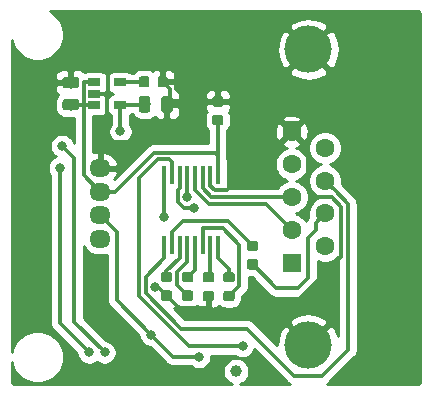
<source format=gbl>
G04 #@! TF.GenerationSoftware,KiCad,Pcbnew,(5.1.2)-1*
G04 #@! TF.CreationDate,2023-02-04T08:31:17+09:00*
G04 #@! TF.ProjectId,IR,49522e6b-6963-4616-945f-706362585858,v1.2*
G04 #@! TF.SameCoordinates,Original*
G04 #@! TF.FileFunction,Copper,L2,Bot*
G04 #@! TF.FilePolarity,Positive*
%FSLAX46Y46*%
G04 Gerber Fmt 4.6, Leading zero omitted, Abs format (unit mm)*
G04 Created by KiCad (PCBNEW (5.1.2)-1) date 2023-02-04 08:31:17*
%MOMM*%
%LPD*%
G04 APERTURE LIST*
%ADD10C,0.050000*%
%ADD11C,0.875000*%
%ADD12O,1.800000X1.524000*%
%ADD13C,0.975000*%
%ADD14R,1.060000X0.650000*%
%ADD15C,1.000000*%
%ADD16R,0.450000X1.500000*%
%ADD17R,1.600000X1.600000*%
%ADD18C,1.600000*%
%ADD19C,4.000000*%
%ADD20C,0.800000*%
%ADD21C,0.350000*%
%ADD22C,0.254000*%
G04 APERTURE END LIST*
D10*
G36*
X198367691Y-114146053D02*
G01*
X198388926Y-114149203D01*
X198409750Y-114154419D01*
X198429962Y-114161651D01*
X198449368Y-114170830D01*
X198467781Y-114181866D01*
X198485024Y-114194654D01*
X198500930Y-114209070D01*
X198515346Y-114224976D01*
X198528134Y-114242219D01*
X198539170Y-114260632D01*
X198548349Y-114280038D01*
X198555581Y-114300250D01*
X198560797Y-114321074D01*
X198563947Y-114342309D01*
X198565000Y-114363750D01*
X198565000Y-114801250D01*
X198563947Y-114822691D01*
X198560797Y-114843926D01*
X198555581Y-114864750D01*
X198548349Y-114884962D01*
X198539170Y-114904368D01*
X198528134Y-114922781D01*
X198515346Y-114940024D01*
X198500930Y-114955930D01*
X198485024Y-114970346D01*
X198467781Y-114983134D01*
X198449368Y-114994170D01*
X198429962Y-115003349D01*
X198409750Y-115010581D01*
X198388926Y-115015797D01*
X198367691Y-115018947D01*
X198346250Y-115020000D01*
X197833750Y-115020000D01*
X197812309Y-115018947D01*
X197791074Y-115015797D01*
X197770250Y-115010581D01*
X197750038Y-115003349D01*
X197730632Y-114994170D01*
X197712219Y-114983134D01*
X197694976Y-114970346D01*
X197679070Y-114955930D01*
X197664654Y-114940024D01*
X197651866Y-114922781D01*
X197640830Y-114904368D01*
X197631651Y-114884962D01*
X197624419Y-114864750D01*
X197619203Y-114843926D01*
X197616053Y-114822691D01*
X197615000Y-114801250D01*
X197615000Y-114363750D01*
X197616053Y-114342309D01*
X197619203Y-114321074D01*
X197624419Y-114300250D01*
X197631651Y-114280038D01*
X197640830Y-114260632D01*
X197651866Y-114242219D01*
X197664654Y-114224976D01*
X197679070Y-114209070D01*
X197694976Y-114194654D01*
X197712219Y-114181866D01*
X197730632Y-114170830D01*
X197750038Y-114161651D01*
X197770250Y-114154419D01*
X197791074Y-114149203D01*
X197812309Y-114146053D01*
X197833750Y-114145000D01*
X198346250Y-114145000D01*
X198367691Y-114146053D01*
X198367691Y-114146053D01*
G37*
D11*
X198090000Y-114582500D03*
D10*
G36*
X198367691Y-115721053D02*
G01*
X198388926Y-115724203D01*
X198409750Y-115729419D01*
X198429962Y-115736651D01*
X198449368Y-115745830D01*
X198467781Y-115756866D01*
X198485024Y-115769654D01*
X198500930Y-115784070D01*
X198515346Y-115799976D01*
X198528134Y-115817219D01*
X198539170Y-115835632D01*
X198548349Y-115855038D01*
X198555581Y-115875250D01*
X198560797Y-115896074D01*
X198563947Y-115917309D01*
X198565000Y-115938750D01*
X198565000Y-116376250D01*
X198563947Y-116397691D01*
X198560797Y-116418926D01*
X198555581Y-116439750D01*
X198548349Y-116459962D01*
X198539170Y-116479368D01*
X198528134Y-116497781D01*
X198515346Y-116515024D01*
X198500930Y-116530930D01*
X198485024Y-116545346D01*
X198467781Y-116558134D01*
X198449368Y-116569170D01*
X198429962Y-116578349D01*
X198409750Y-116585581D01*
X198388926Y-116590797D01*
X198367691Y-116593947D01*
X198346250Y-116595000D01*
X197833750Y-116595000D01*
X197812309Y-116593947D01*
X197791074Y-116590797D01*
X197770250Y-116585581D01*
X197750038Y-116578349D01*
X197730632Y-116569170D01*
X197712219Y-116558134D01*
X197694976Y-116545346D01*
X197679070Y-116530930D01*
X197664654Y-116515024D01*
X197651866Y-116497781D01*
X197640830Y-116479368D01*
X197631651Y-116459962D01*
X197624419Y-116439750D01*
X197619203Y-116418926D01*
X197616053Y-116397691D01*
X197615000Y-116376250D01*
X197615000Y-115938750D01*
X197616053Y-115917309D01*
X197619203Y-115896074D01*
X197624419Y-115875250D01*
X197631651Y-115855038D01*
X197640830Y-115835632D01*
X197651866Y-115817219D01*
X197664654Y-115799976D01*
X197679070Y-115784070D01*
X197694976Y-115769654D01*
X197712219Y-115756866D01*
X197730632Y-115745830D01*
X197750038Y-115736651D01*
X197770250Y-115729419D01*
X197791074Y-115724203D01*
X197812309Y-115721053D01*
X197833750Y-115720000D01*
X198346250Y-115720000D01*
X198367691Y-115721053D01*
X198367691Y-115721053D01*
G37*
D11*
X198090000Y-116157500D03*
D12*
X185200000Y-114000000D03*
X185200000Y-112000000D03*
X185200000Y-110000000D03*
X185200000Y-108000000D03*
D10*
G36*
X183180142Y-100276174D02*
G01*
X183203803Y-100279684D01*
X183227007Y-100285496D01*
X183249529Y-100293554D01*
X183271153Y-100303782D01*
X183291670Y-100316079D01*
X183310883Y-100330329D01*
X183328607Y-100346393D01*
X183344671Y-100364117D01*
X183358921Y-100383330D01*
X183371218Y-100403847D01*
X183381446Y-100425471D01*
X183389504Y-100447993D01*
X183395316Y-100471197D01*
X183398826Y-100494858D01*
X183400000Y-100518750D01*
X183400000Y-101006250D01*
X183398826Y-101030142D01*
X183395316Y-101053803D01*
X183389504Y-101077007D01*
X183381446Y-101099529D01*
X183371218Y-101121153D01*
X183358921Y-101141670D01*
X183344671Y-101160883D01*
X183328607Y-101178607D01*
X183310883Y-101194671D01*
X183291670Y-101208921D01*
X183271153Y-101221218D01*
X183249529Y-101231446D01*
X183227007Y-101239504D01*
X183203803Y-101245316D01*
X183180142Y-101248826D01*
X183156250Y-101250000D01*
X182243750Y-101250000D01*
X182219858Y-101248826D01*
X182196197Y-101245316D01*
X182172993Y-101239504D01*
X182150471Y-101231446D01*
X182128847Y-101221218D01*
X182108330Y-101208921D01*
X182089117Y-101194671D01*
X182071393Y-101178607D01*
X182055329Y-101160883D01*
X182041079Y-101141670D01*
X182028782Y-101121153D01*
X182018554Y-101099529D01*
X182010496Y-101077007D01*
X182004684Y-101053803D01*
X182001174Y-101030142D01*
X182000000Y-101006250D01*
X182000000Y-100518750D01*
X182001174Y-100494858D01*
X182004684Y-100471197D01*
X182010496Y-100447993D01*
X182018554Y-100425471D01*
X182028782Y-100403847D01*
X182041079Y-100383330D01*
X182055329Y-100364117D01*
X182071393Y-100346393D01*
X182089117Y-100330329D01*
X182108330Y-100316079D01*
X182128847Y-100303782D01*
X182150471Y-100293554D01*
X182172993Y-100285496D01*
X182196197Y-100279684D01*
X182219858Y-100276174D01*
X182243750Y-100275000D01*
X183156250Y-100275000D01*
X183180142Y-100276174D01*
X183180142Y-100276174D01*
G37*
D13*
X182700000Y-100762500D03*
D10*
G36*
X183180142Y-102151174D02*
G01*
X183203803Y-102154684D01*
X183227007Y-102160496D01*
X183249529Y-102168554D01*
X183271153Y-102178782D01*
X183291670Y-102191079D01*
X183310883Y-102205329D01*
X183328607Y-102221393D01*
X183344671Y-102239117D01*
X183358921Y-102258330D01*
X183371218Y-102278847D01*
X183381446Y-102300471D01*
X183389504Y-102322993D01*
X183395316Y-102346197D01*
X183398826Y-102369858D01*
X183400000Y-102393750D01*
X183400000Y-102881250D01*
X183398826Y-102905142D01*
X183395316Y-102928803D01*
X183389504Y-102952007D01*
X183381446Y-102974529D01*
X183371218Y-102996153D01*
X183358921Y-103016670D01*
X183344671Y-103035883D01*
X183328607Y-103053607D01*
X183310883Y-103069671D01*
X183291670Y-103083921D01*
X183271153Y-103096218D01*
X183249529Y-103106446D01*
X183227007Y-103114504D01*
X183203803Y-103120316D01*
X183180142Y-103123826D01*
X183156250Y-103125000D01*
X182243750Y-103125000D01*
X182219858Y-103123826D01*
X182196197Y-103120316D01*
X182172993Y-103114504D01*
X182150471Y-103106446D01*
X182128847Y-103096218D01*
X182108330Y-103083921D01*
X182089117Y-103069671D01*
X182071393Y-103053607D01*
X182055329Y-103035883D01*
X182041079Y-103016670D01*
X182028782Y-102996153D01*
X182018554Y-102974529D01*
X182010496Y-102952007D01*
X182004684Y-102928803D01*
X182001174Y-102905142D01*
X182000000Y-102881250D01*
X182000000Y-102393750D01*
X182001174Y-102369858D01*
X182004684Y-102346197D01*
X182010496Y-102322993D01*
X182018554Y-102300471D01*
X182028782Y-102278847D01*
X182041079Y-102258330D01*
X182055329Y-102239117D01*
X182071393Y-102221393D01*
X182089117Y-102205329D01*
X182108330Y-102191079D01*
X182128847Y-102178782D01*
X182150471Y-102168554D01*
X182172993Y-102160496D01*
X182196197Y-102154684D01*
X182219858Y-102151174D01*
X182243750Y-102150000D01*
X183156250Y-102150000D01*
X183180142Y-102151174D01*
X183180142Y-102151174D01*
G37*
D13*
X182700000Y-102637500D03*
D10*
G36*
X190727691Y-100226053D02*
G01*
X190748926Y-100229203D01*
X190769750Y-100234419D01*
X190789962Y-100241651D01*
X190809368Y-100250830D01*
X190827781Y-100261866D01*
X190845024Y-100274654D01*
X190860930Y-100289070D01*
X190875346Y-100304976D01*
X190888134Y-100322219D01*
X190899170Y-100340632D01*
X190908349Y-100360038D01*
X190915581Y-100380250D01*
X190920797Y-100401074D01*
X190923947Y-100422309D01*
X190925000Y-100443750D01*
X190925000Y-100956250D01*
X190923947Y-100977691D01*
X190920797Y-100998926D01*
X190915581Y-101019750D01*
X190908349Y-101039962D01*
X190899170Y-101059368D01*
X190888134Y-101077781D01*
X190875346Y-101095024D01*
X190860930Y-101110930D01*
X190845024Y-101125346D01*
X190827781Y-101138134D01*
X190809368Y-101149170D01*
X190789962Y-101158349D01*
X190769750Y-101165581D01*
X190748926Y-101170797D01*
X190727691Y-101173947D01*
X190706250Y-101175000D01*
X190268750Y-101175000D01*
X190247309Y-101173947D01*
X190226074Y-101170797D01*
X190205250Y-101165581D01*
X190185038Y-101158349D01*
X190165632Y-101149170D01*
X190147219Y-101138134D01*
X190129976Y-101125346D01*
X190114070Y-101110930D01*
X190099654Y-101095024D01*
X190086866Y-101077781D01*
X190075830Y-101059368D01*
X190066651Y-101039962D01*
X190059419Y-101019750D01*
X190054203Y-100998926D01*
X190051053Y-100977691D01*
X190050000Y-100956250D01*
X190050000Y-100443750D01*
X190051053Y-100422309D01*
X190054203Y-100401074D01*
X190059419Y-100380250D01*
X190066651Y-100360038D01*
X190075830Y-100340632D01*
X190086866Y-100322219D01*
X190099654Y-100304976D01*
X190114070Y-100289070D01*
X190129976Y-100274654D01*
X190147219Y-100261866D01*
X190165632Y-100250830D01*
X190185038Y-100241651D01*
X190205250Y-100234419D01*
X190226074Y-100229203D01*
X190247309Y-100226053D01*
X190268750Y-100225000D01*
X190706250Y-100225000D01*
X190727691Y-100226053D01*
X190727691Y-100226053D01*
G37*
D11*
X190487500Y-100700000D03*
D10*
G36*
X189152691Y-100226053D02*
G01*
X189173926Y-100229203D01*
X189194750Y-100234419D01*
X189214962Y-100241651D01*
X189234368Y-100250830D01*
X189252781Y-100261866D01*
X189270024Y-100274654D01*
X189285930Y-100289070D01*
X189300346Y-100304976D01*
X189313134Y-100322219D01*
X189324170Y-100340632D01*
X189333349Y-100360038D01*
X189340581Y-100380250D01*
X189345797Y-100401074D01*
X189348947Y-100422309D01*
X189350000Y-100443750D01*
X189350000Y-100956250D01*
X189348947Y-100977691D01*
X189345797Y-100998926D01*
X189340581Y-101019750D01*
X189333349Y-101039962D01*
X189324170Y-101059368D01*
X189313134Y-101077781D01*
X189300346Y-101095024D01*
X189285930Y-101110930D01*
X189270024Y-101125346D01*
X189252781Y-101138134D01*
X189234368Y-101149170D01*
X189214962Y-101158349D01*
X189194750Y-101165581D01*
X189173926Y-101170797D01*
X189152691Y-101173947D01*
X189131250Y-101175000D01*
X188693750Y-101175000D01*
X188672309Y-101173947D01*
X188651074Y-101170797D01*
X188630250Y-101165581D01*
X188610038Y-101158349D01*
X188590632Y-101149170D01*
X188572219Y-101138134D01*
X188554976Y-101125346D01*
X188539070Y-101110930D01*
X188524654Y-101095024D01*
X188511866Y-101077781D01*
X188500830Y-101059368D01*
X188491651Y-101039962D01*
X188484419Y-101019750D01*
X188479203Y-100998926D01*
X188476053Y-100977691D01*
X188475000Y-100956250D01*
X188475000Y-100443750D01*
X188476053Y-100422309D01*
X188479203Y-100401074D01*
X188484419Y-100380250D01*
X188491651Y-100360038D01*
X188500830Y-100340632D01*
X188511866Y-100322219D01*
X188524654Y-100304976D01*
X188539070Y-100289070D01*
X188554976Y-100274654D01*
X188572219Y-100261866D01*
X188590632Y-100250830D01*
X188610038Y-100241651D01*
X188630250Y-100234419D01*
X188651074Y-100229203D01*
X188672309Y-100226053D01*
X188693750Y-100225000D01*
X189131250Y-100225000D01*
X189152691Y-100226053D01*
X189152691Y-100226053D01*
G37*
D11*
X188912500Y-100700000D03*
D10*
G36*
X189230142Y-101901174D02*
G01*
X189253803Y-101904684D01*
X189277007Y-101910496D01*
X189299529Y-101918554D01*
X189321153Y-101928782D01*
X189341670Y-101941079D01*
X189360883Y-101955329D01*
X189378607Y-101971393D01*
X189394671Y-101989117D01*
X189408921Y-102008330D01*
X189421218Y-102028847D01*
X189431446Y-102050471D01*
X189439504Y-102072993D01*
X189445316Y-102096197D01*
X189448826Y-102119858D01*
X189450000Y-102143750D01*
X189450000Y-103056250D01*
X189448826Y-103080142D01*
X189445316Y-103103803D01*
X189439504Y-103127007D01*
X189431446Y-103149529D01*
X189421218Y-103171153D01*
X189408921Y-103191670D01*
X189394671Y-103210883D01*
X189378607Y-103228607D01*
X189360883Y-103244671D01*
X189341670Y-103258921D01*
X189321153Y-103271218D01*
X189299529Y-103281446D01*
X189277007Y-103289504D01*
X189253803Y-103295316D01*
X189230142Y-103298826D01*
X189206250Y-103300000D01*
X188718750Y-103300000D01*
X188694858Y-103298826D01*
X188671197Y-103295316D01*
X188647993Y-103289504D01*
X188625471Y-103281446D01*
X188603847Y-103271218D01*
X188583330Y-103258921D01*
X188564117Y-103244671D01*
X188546393Y-103228607D01*
X188530329Y-103210883D01*
X188516079Y-103191670D01*
X188503782Y-103171153D01*
X188493554Y-103149529D01*
X188485496Y-103127007D01*
X188479684Y-103103803D01*
X188476174Y-103080142D01*
X188475000Y-103056250D01*
X188475000Y-102143750D01*
X188476174Y-102119858D01*
X188479684Y-102096197D01*
X188485496Y-102072993D01*
X188493554Y-102050471D01*
X188503782Y-102028847D01*
X188516079Y-102008330D01*
X188530329Y-101989117D01*
X188546393Y-101971393D01*
X188564117Y-101955329D01*
X188583330Y-101941079D01*
X188603847Y-101928782D01*
X188625471Y-101918554D01*
X188647993Y-101910496D01*
X188671197Y-101904684D01*
X188694858Y-101901174D01*
X188718750Y-101900000D01*
X189206250Y-101900000D01*
X189230142Y-101901174D01*
X189230142Y-101901174D01*
G37*
D13*
X188962500Y-102600000D03*
D10*
G36*
X191105142Y-101901174D02*
G01*
X191128803Y-101904684D01*
X191152007Y-101910496D01*
X191174529Y-101918554D01*
X191196153Y-101928782D01*
X191216670Y-101941079D01*
X191235883Y-101955329D01*
X191253607Y-101971393D01*
X191269671Y-101989117D01*
X191283921Y-102008330D01*
X191296218Y-102028847D01*
X191306446Y-102050471D01*
X191314504Y-102072993D01*
X191320316Y-102096197D01*
X191323826Y-102119858D01*
X191325000Y-102143750D01*
X191325000Y-103056250D01*
X191323826Y-103080142D01*
X191320316Y-103103803D01*
X191314504Y-103127007D01*
X191306446Y-103149529D01*
X191296218Y-103171153D01*
X191283921Y-103191670D01*
X191269671Y-103210883D01*
X191253607Y-103228607D01*
X191235883Y-103244671D01*
X191216670Y-103258921D01*
X191196153Y-103271218D01*
X191174529Y-103281446D01*
X191152007Y-103289504D01*
X191128803Y-103295316D01*
X191105142Y-103298826D01*
X191081250Y-103300000D01*
X190593750Y-103300000D01*
X190569858Y-103298826D01*
X190546197Y-103295316D01*
X190522993Y-103289504D01*
X190500471Y-103281446D01*
X190478847Y-103271218D01*
X190458330Y-103258921D01*
X190439117Y-103244671D01*
X190421393Y-103228607D01*
X190405329Y-103210883D01*
X190391079Y-103191670D01*
X190378782Y-103171153D01*
X190368554Y-103149529D01*
X190360496Y-103127007D01*
X190354684Y-103103803D01*
X190351174Y-103080142D01*
X190350000Y-103056250D01*
X190350000Y-102143750D01*
X190351174Y-102119858D01*
X190354684Y-102096197D01*
X190360496Y-102072993D01*
X190368554Y-102050471D01*
X190378782Y-102028847D01*
X190391079Y-102008330D01*
X190405329Y-101989117D01*
X190421393Y-101971393D01*
X190439117Y-101955329D01*
X190458330Y-101941079D01*
X190478847Y-101928782D01*
X190500471Y-101918554D01*
X190522993Y-101910496D01*
X190546197Y-101904684D01*
X190569858Y-101901174D01*
X190593750Y-101900000D01*
X191081250Y-101900000D01*
X191105142Y-101901174D01*
X191105142Y-101901174D01*
G37*
D13*
X190837500Y-102600000D03*
D14*
X184700000Y-102650000D03*
X184700000Y-101700000D03*
X184700000Y-100750000D03*
X186900000Y-100750000D03*
X186900000Y-102650000D03*
D15*
X196700000Y-125200000D03*
D10*
G36*
X196377691Y-116814053D02*
G01*
X196398926Y-116817203D01*
X196419750Y-116822419D01*
X196439962Y-116829651D01*
X196459368Y-116838830D01*
X196477781Y-116849866D01*
X196495024Y-116862654D01*
X196510930Y-116877070D01*
X196525346Y-116892976D01*
X196538134Y-116910219D01*
X196549170Y-116928632D01*
X196558349Y-116948038D01*
X196565581Y-116968250D01*
X196570797Y-116989074D01*
X196573947Y-117010309D01*
X196575000Y-117031750D01*
X196575000Y-117469250D01*
X196573947Y-117490691D01*
X196570797Y-117511926D01*
X196565581Y-117532750D01*
X196558349Y-117552962D01*
X196549170Y-117572368D01*
X196538134Y-117590781D01*
X196525346Y-117608024D01*
X196510930Y-117623930D01*
X196495024Y-117638346D01*
X196477781Y-117651134D01*
X196459368Y-117662170D01*
X196439962Y-117671349D01*
X196419750Y-117678581D01*
X196398926Y-117683797D01*
X196377691Y-117686947D01*
X196356250Y-117688000D01*
X195843750Y-117688000D01*
X195822309Y-117686947D01*
X195801074Y-117683797D01*
X195780250Y-117678581D01*
X195760038Y-117671349D01*
X195740632Y-117662170D01*
X195722219Y-117651134D01*
X195704976Y-117638346D01*
X195689070Y-117623930D01*
X195674654Y-117608024D01*
X195661866Y-117590781D01*
X195650830Y-117572368D01*
X195641651Y-117552962D01*
X195634419Y-117532750D01*
X195629203Y-117511926D01*
X195626053Y-117490691D01*
X195625000Y-117469250D01*
X195625000Y-117031750D01*
X195626053Y-117010309D01*
X195629203Y-116989074D01*
X195634419Y-116968250D01*
X195641651Y-116948038D01*
X195650830Y-116928632D01*
X195661866Y-116910219D01*
X195674654Y-116892976D01*
X195689070Y-116877070D01*
X195704976Y-116862654D01*
X195722219Y-116849866D01*
X195740632Y-116838830D01*
X195760038Y-116829651D01*
X195780250Y-116822419D01*
X195801074Y-116817203D01*
X195822309Y-116814053D01*
X195843750Y-116813000D01*
X196356250Y-116813000D01*
X196377691Y-116814053D01*
X196377691Y-116814053D01*
G37*
D11*
X196100000Y-117250500D03*
D10*
G36*
X196377691Y-118389053D02*
G01*
X196398926Y-118392203D01*
X196419750Y-118397419D01*
X196439962Y-118404651D01*
X196459368Y-118413830D01*
X196477781Y-118424866D01*
X196495024Y-118437654D01*
X196510930Y-118452070D01*
X196525346Y-118467976D01*
X196538134Y-118485219D01*
X196549170Y-118503632D01*
X196558349Y-118523038D01*
X196565581Y-118543250D01*
X196570797Y-118564074D01*
X196573947Y-118585309D01*
X196575000Y-118606750D01*
X196575000Y-119044250D01*
X196573947Y-119065691D01*
X196570797Y-119086926D01*
X196565581Y-119107750D01*
X196558349Y-119127962D01*
X196549170Y-119147368D01*
X196538134Y-119165781D01*
X196525346Y-119183024D01*
X196510930Y-119198930D01*
X196495024Y-119213346D01*
X196477781Y-119226134D01*
X196459368Y-119237170D01*
X196439962Y-119246349D01*
X196419750Y-119253581D01*
X196398926Y-119258797D01*
X196377691Y-119261947D01*
X196356250Y-119263000D01*
X195843750Y-119263000D01*
X195822309Y-119261947D01*
X195801074Y-119258797D01*
X195780250Y-119253581D01*
X195760038Y-119246349D01*
X195740632Y-119237170D01*
X195722219Y-119226134D01*
X195704976Y-119213346D01*
X195689070Y-119198930D01*
X195674654Y-119183024D01*
X195661866Y-119165781D01*
X195650830Y-119147368D01*
X195641651Y-119127962D01*
X195634419Y-119107750D01*
X195629203Y-119086926D01*
X195626053Y-119065691D01*
X195625000Y-119044250D01*
X195625000Y-118606750D01*
X195626053Y-118585309D01*
X195629203Y-118564074D01*
X195634419Y-118543250D01*
X195641651Y-118523038D01*
X195650830Y-118503632D01*
X195661866Y-118485219D01*
X195674654Y-118467976D01*
X195689070Y-118452070D01*
X195704976Y-118437654D01*
X195722219Y-118424866D01*
X195740632Y-118413830D01*
X195760038Y-118404651D01*
X195780250Y-118397419D01*
X195801074Y-118392203D01*
X195822309Y-118389053D01*
X195843750Y-118388000D01*
X196356250Y-118388000D01*
X196377691Y-118389053D01*
X196377691Y-118389053D01*
G37*
D11*
X196100000Y-118825500D03*
D10*
G36*
X195427691Y-103493053D02*
G01*
X195448926Y-103496203D01*
X195469750Y-103501419D01*
X195489962Y-103508651D01*
X195509368Y-103517830D01*
X195527781Y-103528866D01*
X195545024Y-103541654D01*
X195560930Y-103556070D01*
X195575346Y-103571976D01*
X195588134Y-103589219D01*
X195599170Y-103607632D01*
X195608349Y-103627038D01*
X195615581Y-103647250D01*
X195620797Y-103668074D01*
X195623947Y-103689309D01*
X195625000Y-103710750D01*
X195625000Y-104148250D01*
X195623947Y-104169691D01*
X195620797Y-104190926D01*
X195615581Y-104211750D01*
X195608349Y-104231962D01*
X195599170Y-104251368D01*
X195588134Y-104269781D01*
X195575346Y-104287024D01*
X195560930Y-104302930D01*
X195545024Y-104317346D01*
X195527781Y-104330134D01*
X195509368Y-104341170D01*
X195489962Y-104350349D01*
X195469750Y-104357581D01*
X195448926Y-104362797D01*
X195427691Y-104365947D01*
X195406250Y-104367000D01*
X194893750Y-104367000D01*
X194872309Y-104365947D01*
X194851074Y-104362797D01*
X194830250Y-104357581D01*
X194810038Y-104350349D01*
X194790632Y-104341170D01*
X194772219Y-104330134D01*
X194754976Y-104317346D01*
X194739070Y-104302930D01*
X194724654Y-104287024D01*
X194711866Y-104269781D01*
X194700830Y-104251368D01*
X194691651Y-104231962D01*
X194684419Y-104211750D01*
X194679203Y-104190926D01*
X194676053Y-104169691D01*
X194675000Y-104148250D01*
X194675000Y-103710750D01*
X194676053Y-103689309D01*
X194679203Y-103668074D01*
X194684419Y-103647250D01*
X194691651Y-103627038D01*
X194700830Y-103607632D01*
X194711866Y-103589219D01*
X194724654Y-103571976D01*
X194739070Y-103556070D01*
X194754976Y-103541654D01*
X194772219Y-103528866D01*
X194790632Y-103517830D01*
X194810038Y-103508651D01*
X194830250Y-103501419D01*
X194851074Y-103496203D01*
X194872309Y-103493053D01*
X194893750Y-103492000D01*
X195406250Y-103492000D01*
X195427691Y-103493053D01*
X195427691Y-103493053D01*
G37*
D11*
X195150000Y-103929500D03*
D10*
G36*
X195427691Y-101918053D02*
G01*
X195448926Y-101921203D01*
X195469750Y-101926419D01*
X195489962Y-101933651D01*
X195509368Y-101942830D01*
X195527781Y-101953866D01*
X195545024Y-101966654D01*
X195560930Y-101981070D01*
X195575346Y-101996976D01*
X195588134Y-102014219D01*
X195599170Y-102032632D01*
X195608349Y-102052038D01*
X195615581Y-102072250D01*
X195620797Y-102093074D01*
X195623947Y-102114309D01*
X195625000Y-102135750D01*
X195625000Y-102573250D01*
X195623947Y-102594691D01*
X195620797Y-102615926D01*
X195615581Y-102636750D01*
X195608349Y-102656962D01*
X195599170Y-102676368D01*
X195588134Y-102694781D01*
X195575346Y-102712024D01*
X195560930Y-102727930D01*
X195545024Y-102742346D01*
X195527781Y-102755134D01*
X195509368Y-102766170D01*
X195489962Y-102775349D01*
X195469750Y-102782581D01*
X195448926Y-102787797D01*
X195427691Y-102790947D01*
X195406250Y-102792000D01*
X194893750Y-102792000D01*
X194872309Y-102790947D01*
X194851074Y-102787797D01*
X194830250Y-102782581D01*
X194810038Y-102775349D01*
X194790632Y-102766170D01*
X194772219Y-102755134D01*
X194754976Y-102742346D01*
X194739070Y-102727930D01*
X194724654Y-102712024D01*
X194711866Y-102694781D01*
X194700830Y-102676368D01*
X194691651Y-102656962D01*
X194684419Y-102636750D01*
X194679203Y-102615926D01*
X194676053Y-102594691D01*
X194675000Y-102573250D01*
X194675000Y-102135750D01*
X194676053Y-102114309D01*
X194679203Y-102093074D01*
X194684419Y-102072250D01*
X194691651Y-102052038D01*
X194700830Y-102032632D01*
X194711866Y-102014219D01*
X194724654Y-101996976D01*
X194739070Y-101981070D01*
X194754976Y-101966654D01*
X194772219Y-101953866D01*
X194790632Y-101942830D01*
X194810038Y-101933651D01*
X194830250Y-101926419D01*
X194851074Y-101921203D01*
X194872309Y-101918053D01*
X194893750Y-101917000D01*
X195406250Y-101917000D01*
X195427691Y-101918053D01*
X195427691Y-101918053D01*
G37*
D11*
X195150000Y-102354500D03*
D10*
G36*
X192877691Y-118363053D02*
G01*
X192898926Y-118366203D01*
X192919750Y-118371419D01*
X192939962Y-118378651D01*
X192959368Y-118387830D01*
X192977781Y-118398866D01*
X192995024Y-118411654D01*
X193010930Y-118426070D01*
X193025346Y-118441976D01*
X193038134Y-118459219D01*
X193049170Y-118477632D01*
X193058349Y-118497038D01*
X193065581Y-118517250D01*
X193070797Y-118538074D01*
X193073947Y-118559309D01*
X193075000Y-118580750D01*
X193075000Y-119018250D01*
X193073947Y-119039691D01*
X193070797Y-119060926D01*
X193065581Y-119081750D01*
X193058349Y-119101962D01*
X193049170Y-119121368D01*
X193038134Y-119139781D01*
X193025346Y-119157024D01*
X193010930Y-119172930D01*
X192995024Y-119187346D01*
X192977781Y-119200134D01*
X192959368Y-119211170D01*
X192939962Y-119220349D01*
X192919750Y-119227581D01*
X192898926Y-119232797D01*
X192877691Y-119235947D01*
X192856250Y-119237000D01*
X192343750Y-119237000D01*
X192322309Y-119235947D01*
X192301074Y-119232797D01*
X192280250Y-119227581D01*
X192260038Y-119220349D01*
X192240632Y-119211170D01*
X192222219Y-119200134D01*
X192204976Y-119187346D01*
X192189070Y-119172930D01*
X192174654Y-119157024D01*
X192161866Y-119139781D01*
X192150830Y-119121368D01*
X192141651Y-119101962D01*
X192134419Y-119081750D01*
X192129203Y-119060926D01*
X192126053Y-119039691D01*
X192125000Y-119018250D01*
X192125000Y-118580750D01*
X192126053Y-118559309D01*
X192129203Y-118538074D01*
X192134419Y-118517250D01*
X192141651Y-118497038D01*
X192150830Y-118477632D01*
X192161866Y-118459219D01*
X192174654Y-118441976D01*
X192189070Y-118426070D01*
X192204976Y-118411654D01*
X192222219Y-118398866D01*
X192240632Y-118387830D01*
X192260038Y-118378651D01*
X192280250Y-118371419D01*
X192301074Y-118366203D01*
X192322309Y-118363053D01*
X192343750Y-118362000D01*
X192856250Y-118362000D01*
X192877691Y-118363053D01*
X192877691Y-118363053D01*
G37*
D11*
X192600000Y-118799500D03*
D10*
G36*
X192877691Y-116788053D02*
G01*
X192898926Y-116791203D01*
X192919750Y-116796419D01*
X192939962Y-116803651D01*
X192959368Y-116812830D01*
X192977781Y-116823866D01*
X192995024Y-116836654D01*
X193010930Y-116851070D01*
X193025346Y-116866976D01*
X193038134Y-116884219D01*
X193049170Y-116902632D01*
X193058349Y-116922038D01*
X193065581Y-116942250D01*
X193070797Y-116963074D01*
X193073947Y-116984309D01*
X193075000Y-117005750D01*
X193075000Y-117443250D01*
X193073947Y-117464691D01*
X193070797Y-117485926D01*
X193065581Y-117506750D01*
X193058349Y-117526962D01*
X193049170Y-117546368D01*
X193038134Y-117564781D01*
X193025346Y-117582024D01*
X193010930Y-117597930D01*
X192995024Y-117612346D01*
X192977781Y-117625134D01*
X192959368Y-117636170D01*
X192939962Y-117645349D01*
X192919750Y-117652581D01*
X192898926Y-117657797D01*
X192877691Y-117660947D01*
X192856250Y-117662000D01*
X192343750Y-117662000D01*
X192322309Y-117660947D01*
X192301074Y-117657797D01*
X192280250Y-117652581D01*
X192260038Y-117645349D01*
X192240632Y-117636170D01*
X192222219Y-117625134D01*
X192204976Y-117612346D01*
X192189070Y-117597930D01*
X192174654Y-117582024D01*
X192161866Y-117564781D01*
X192150830Y-117546368D01*
X192141651Y-117526962D01*
X192134419Y-117506750D01*
X192129203Y-117485926D01*
X192126053Y-117464691D01*
X192125000Y-117443250D01*
X192125000Y-117005750D01*
X192126053Y-116984309D01*
X192129203Y-116963074D01*
X192134419Y-116942250D01*
X192141651Y-116922038D01*
X192150830Y-116902632D01*
X192161866Y-116884219D01*
X192174654Y-116866976D01*
X192189070Y-116851070D01*
X192204976Y-116836654D01*
X192222219Y-116823866D01*
X192240632Y-116812830D01*
X192260038Y-116803651D01*
X192280250Y-116796419D01*
X192301074Y-116791203D01*
X192322309Y-116788053D01*
X192343750Y-116787000D01*
X192856250Y-116787000D01*
X192877691Y-116788053D01*
X192877691Y-116788053D01*
G37*
D11*
X192600000Y-117224500D03*
D10*
G36*
X194627691Y-118389053D02*
G01*
X194648926Y-118392203D01*
X194669750Y-118397419D01*
X194689962Y-118404651D01*
X194709368Y-118413830D01*
X194727781Y-118424866D01*
X194745024Y-118437654D01*
X194760930Y-118452070D01*
X194775346Y-118467976D01*
X194788134Y-118485219D01*
X194799170Y-118503632D01*
X194808349Y-118523038D01*
X194815581Y-118543250D01*
X194820797Y-118564074D01*
X194823947Y-118585309D01*
X194825000Y-118606750D01*
X194825000Y-119044250D01*
X194823947Y-119065691D01*
X194820797Y-119086926D01*
X194815581Y-119107750D01*
X194808349Y-119127962D01*
X194799170Y-119147368D01*
X194788134Y-119165781D01*
X194775346Y-119183024D01*
X194760930Y-119198930D01*
X194745024Y-119213346D01*
X194727781Y-119226134D01*
X194709368Y-119237170D01*
X194689962Y-119246349D01*
X194669750Y-119253581D01*
X194648926Y-119258797D01*
X194627691Y-119261947D01*
X194606250Y-119263000D01*
X194093750Y-119263000D01*
X194072309Y-119261947D01*
X194051074Y-119258797D01*
X194030250Y-119253581D01*
X194010038Y-119246349D01*
X193990632Y-119237170D01*
X193972219Y-119226134D01*
X193954976Y-119213346D01*
X193939070Y-119198930D01*
X193924654Y-119183024D01*
X193911866Y-119165781D01*
X193900830Y-119147368D01*
X193891651Y-119127962D01*
X193884419Y-119107750D01*
X193879203Y-119086926D01*
X193876053Y-119065691D01*
X193875000Y-119044250D01*
X193875000Y-118606750D01*
X193876053Y-118585309D01*
X193879203Y-118564074D01*
X193884419Y-118543250D01*
X193891651Y-118523038D01*
X193900830Y-118503632D01*
X193911866Y-118485219D01*
X193924654Y-118467976D01*
X193939070Y-118452070D01*
X193954976Y-118437654D01*
X193972219Y-118424866D01*
X193990632Y-118413830D01*
X194010038Y-118404651D01*
X194030250Y-118397419D01*
X194051074Y-118392203D01*
X194072309Y-118389053D01*
X194093750Y-118388000D01*
X194606250Y-118388000D01*
X194627691Y-118389053D01*
X194627691Y-118389053D01*
G37*
D11*
X194350000Y-118825500D03*
D10*
G36*
X194627691Y-116814053D02*
G01*
X194648926Y-116817203D01*
X194669750Y-116822419D01*
X194689962Y-116829651D01*
X194709368Y-116838830D01*
X194727781Y-116849866D01*
X194745024Y-116862654D01*
X194760930Y-116877070D01*
X194775346Y-116892976D01*
X194788134Y-116910219D01*
X194799170Y-116928632D01*
X194808349Y-116948038D01*
X194815581Y-116968250D01*
X194820797Y-116989074D01*
X194823947Y-117010309D01*
X194825000Y-117031750D01*
X194825000Y-117469250D01*
X194823947Y-117490691D01*
X194820797Y-117511926D01*
X194815581Y-117532750D01*
X194808349Y-117552962D01*
X194799170Y-117572368D01*
X194788134Y-117590781D01*
X194775346Y-117608024D01*
X194760930Y-117623930D01*
X194745024Y-117638346D01*
X194727781Y-117651134D01*
X194709368Y-117662170D01*
X194689962Y-117671349D01*
X194669750Y-117678581D01*
X194648926Y-117683797D01*
X194627691Y-117686947D01*
X194606250Y-117688000D01*
X194093750Y-117688000D01*
X194072309Y-117686947D01*
X194051074Y-117683797D01*
X194030250Y-117678581D01*
X194010038Y-117671349D01*
X193990632Y-117662170D01*
X193972219Y-117651134D01*
X193954976Y-117638346D01*
X193939070Y-117623930D01*
X193924654Y-117608024D01*
X193911866Y-117590781D01*
X193900830Y-117572368D01*
X193891651Y-117552962D01*
X193884419Y-117532750D01*
X193879203Y-117511926D01*
X193876053Y-117490691D01*
X193875000Y-117469250D01*
X193875000Y-117031750D01*
X193876053Y-117010309D01*
X193879203Y-116989074D01*
X193884419Y-116968250D01*
X193891651Y-116948038D01*
X193900830Y-116928632D01*
X193911866Y-116910219D01*
X193924654Y-116892976D01*
X193939070Y-116877070D01*
X193954976Y-116862654D01*
X193972219Y-116849866D01*
X193990632Y-116838830D01*
X194010038Y-116829651D01*
X194030250Y-116822419D01*
X194051074Y-116817203D01*
X194072309Y-116814053D01*
X194093750Y-116813000D01*
X194606250Y-116813000D01*
X194627691Y-116814053D01*
X194627691Y-116814053D01*
G37*
D11*
X194350000Y-117250500D03*
D10*
G36*
X191077691Y-116776053D02*
G01*
X191098926Y-116779203D01*
X191119750Y-116784419D01*
X191139962Y-116791651D01*
X191159368Y-116800830D01*
X191177781Y-116811866D01*
X191195024Y-116824654D01*
X191210930Y-116839070D01*
X191225346Y-116854976D01*
X191238134Y-116872219D01*
X191249170Y-116890632D01*
X191258349Y-116910038D01*
X191265581Y-116930250D01*
X191270797Y-116951074D01*
X191273947Y-116972309D01*
X191275000Y-116993750D01*
X191275000Y-117431250D01*
X191273947Y-117452691D01*
X191270797Y-117473926D01*
X191265581Y-117494750D01*
X191258349Y-117514962D01*
X191249170Y-117534368D01*
X191238134Y-117552781D01*
X191225346Y-117570024D01*
X191210930Y-117585930D01*
X191195024Y-117600346D01*
X191177781Y-117613134D01*
X191159368Y-117624170D01*
X191139962Y-117633349D01*
X191119750Y-117640581D01*
X191098926Y-117645797D01*
X191077691Y-117648947D01*
X191056250Y-117650000D01*
X190543750Y-117650000D01*
X190522309Y-117648947D01*
X190501074Y-117645797D01*
X190480250Y-117640581D01*
X190460038Y-117633349D01*
X190440632Y-117624170D01*
X190422219Y-117613134D01*
X190404976Y-117600346D01*
X190389070Y-117585930D01*
X190374654Y-117570024D01*
X190361866Y-117552781D01*
X190350830Y-117534368D01*
X190341651Y-117514962D01*
X190334419Y-117494750D01*
X190329203Y-117473926D01*
X190326053Y-117452691D01*
X190325000Y-117431250D01*
X190325000Y-116993750D01*
X190326053Y-116972309D01*
X190329203Y-116951074D01*
X190334419Y-116930250D01*
X190341651Y-116910038D01*
X190350830Y-116890632D01*
X190361866Y-116872219D01*
X190374654Y-116854976D01*
X190389070Y-116839070D01*
X190404976Y-116824654D01*
X190422219Y-116811866D01*
X190440632Y-116800830D01*
X190460038Y-116791651D01*
X190480250Y-116784419D01*
X190501074Y-116779203D01*
X190522309Y-116776053D01*
X190543750Y-116775000D01*
X191056250Y-116775000D01*
X191077691Y-116776053D01*
X191077691Y-116776053D01*
G37*
D11*
X190800000Y-117212500D03*
D10*
G36*
X191077691Y-118351053D02*
G01*
X191098926Y-118354203D01*
X191119750Y-118359419D01*
X191139962Y-118366651D01*
X191159368Y-118375830D01*
X191177781Y-118386866D01*
X191195024Y-118399654D01*
X191210930Y-118414070D01*
X191225346Y-118429976D01*
X191238134Y-118447219D01*
X191249170Y-118465632D01*
X191258349Y-118485038D01*
X191265581Y-118505250D01*
X191270797Y-118526074D01*
X191273947Y-118547309D01*
X191275000Y-118568750D01*
X191275000Y-119006250D01*
X191273947Y-119027691D01*
X191270797Y-119048926D01*
X191265581Y-119069750D01*
X191258349Y-119089962D01*
X191249170Y-119109368D01*
X191238134Y-119127781D01*
X191225346Y-119145024D01*
X191210930Y-119160930D01*
X191195024Y-119175346D01*
X191177781Y-119188134D01*
X191159368Y-119199170D01*
X191139962Y-119208349D01*
X191119750Y-119215581D01*
X191098926Y-119220797D01*
X191077691Y-119223947D01*
X191056250Y-119225000D01*
X190543750Y-119225000D01*
X190522309Y-119223947D01*
X190501074Y-119220797D01*
X190480250Y-119215581D01*
X190460038Y-119208349D01*
X190440632Y-119199170D01*
X190422219Y-119188134D01*
X190404976Y-119175346D01*
X190389070Y-119160930D01*
X190374654Y-119145024D01*
X190361866Y-119127781D01*
X190350830Y-119109368D01*
X190341651Y-119089962D01*
X190334419Y-119069750D01*
X190329203Y-119048926D01*
X190326053Y-119027691D01*
X190325000Y-119006250D01*
X190325000Y-118568750D01*
X190326053Y-118547309D01*
X190329203Y-118526074D01*
X190334419Y-118505250D01*
X190341651Y-118485038D01*
X190350830Y-118465632D01*
X190361866Y-118447219D01*
X190374654Y-118429976D01*
X190389070Y-118414070D01*
X190404976Y-118399654D01*
X190422219Y-118386866D01*
X190440632Y-118375830D01*
X190460038Y-118366651D01*
X190480250Y-118359419D01*
X190501074Y-118354203D01*
X190522309Y-118351053D01*
X190543750Y-118350000D01*
X191056250Y-118350000D01*
X191077691Y-118351053D01*
X191077691Y-118351053D01*
G37*
D11*
X190800000Y-118787500D03*
D16*
X195175000Y-114500000D03*
X194525000Y-114500000D03*
X193875000Y-114500000D03*
X193225000Y-114500000D03*
X192575000Y-114500000D03*
X191925000Y-114500000D03*
X191275000Y-114500000D03*
X190625000Y-114500000D03*
X190625000Y-108600000D03*
X191275000Y-108600000D03*
X191925000Y-108600000D03*
X192575000Y-108600000D03*
X193225000Y-108600000D03*
X193875000Y-108600000D03*
X194525000Y-108600000D03*
X195175000Y-108600000D03*
D17*
X201400000Y-116000000D03*
D18*
X201400000Y-113230000D03*
X201400000Y-110460000D03*
X201400000Y-107690000D03*
X201400000Y-104920000D03*
X204240000Y-114615000D03*
X204240000Y-111845000D03*
X204240000Y-109075000D03*
X204240000Y-106305000D03*
D19*
X202820000Y-122960000D03*
X202820000Y-97960000D03*
D20*
X186900000Y-104898900D03*
X185560000Y-123610000D03*
X181980000Y-106140000D03*
X189873600Y-118076900D03*
X189276500Y-105824990D03*
X179620000Y-109970000D03*
X188760000Y-125110000D03*
X194630000Y-99500000D03*
X193538800Y-123985400D03*
X189501200Y-122108100D03*
X192568900Y-110489600D03*
X193140300Y-111345800D03*
X184260000Y-123600000D03*
X181780000Y-107990000D03*
X197251300Y-123085400D03*
X190625000Y-112134400D03*
D21*
X186900000Y-102650000D02*
X186900000Y-104898900D01*
X186900000Y-102650000D02*
X188912500Y-102650000D01*
X188912500Y-102650000D02*
X188962500Y-102600000D01*
X183010000Y-107170000D02*
X181980000Y-106140000D01*
X185560000Y-123610000D02*
X183010000Y-121060000D01*
X183010000Y-121060000D02*
X183010000Y-107170000D01*
X190800000Y-118787500D02*
X190089400Y-118076900D01*
X190089400Y-118076900D02*
X189873600Y-118076900D01*
X186148100Y-105914600D02*
X185200000Y-106862700D01*
X191083000Y-102354500D02*
X191083000Y-101295500D01*
X191083000Y-101295500D02*
X190487500Y-100700000D01*
X201400000Y-104210000D02*
X197005500Y-104210000D01*
X201400000Y-104210000D02*
X201400000Y-104920000D01*
X202820000Y-122960000D02*
X200491900Y-120631900D01*
X191083000Y-102354500D02*
X190837500Y-102600000D01*
X195150000Y-102354500D02*
X191083000Y-102354500D01*
X185200000Y-108000000D02*
X185200000Y-106862700D01*
X184700000Y-101700000D02*
X185605300Y-101700000D01*
X186148100Y-105914600D02*
X186237710Y-105824990D01*
X186237710Y-105824990D02*
X188710815Y-105824990D01*
X188710815Y-105824990D02*
X189276500Y-105824990D01*
X202770000Y-106290000D02*
X201400000Y-104920000D01*
X203490000Y-110480000D02*
X202770000Y-109760000D01*
X204830000Y-110480000D02*
X203490000Y-110480000D01*
X205620000Y-115503800D02*
X205620000Y-111270000D01*
X202770000Y-109760000D02*
X202770000Y-106290000D01*
X200491900Y-120631900D02*
X205620000Y-115503800D01*
X205620000Y-111270000D02*
X204830000Y-110480000D01*
X185907700Y-105674300D02*
X186148100Y-105914600D01*
X185907700Y-105651000D02*
X185907700Y-105674300D01*
X185750000Y-105493300D02*
X185907700Y-105651000D01*
X185605300Y-101700000D02*
X185750000Y-101844700D01*
X185750000Y-101844700D02*
X185750000Y-105493300D01*
X197005500Y-108774500D02*
X197005500Y-104210000D01*
X195940000Y-109840000D02*
X197005500Y-108774500D01*
X194873900Y-109840000D02*
X195940000Y-109840000D01*
X194525000Y-108600000D02*
X194525000Y-109491100D01*
X194525000Y-109491100D02*
X194873900Y-109840000D01*
X185870000Y-101435300D02*
X185605300Y-101700000D01*
X185870000Y-100120000D02*
X185870000Y-101435300D01*
X185290000Y-99540000D02*
X185870000Y-100120000D01*
X183030000Y-99540000D02*
X185290000Y-99540000D01*
X182700000Y-100762500D02*
X182700000Y-99870000D01*
X182700000Y-99870000D02*
X183030000Y-99540000D01*
X189276500Y-105259305D02*
X189276500Y-105824990D01*
X189550695Y-105259305D02*
X189276500Y-105259305D01*
X190837500Y-102600000D02*
X190837500Y-103972500D01*
X190837500Y-103972500D02*
X189550695Y-105259305D01*
X196284500Y-102354500D02*
X195150000Y-102354500D01*
X197005500Y-104210000D02*
X197005500Y-103075500D01*
X197005500Y-103075500D02*
X196284500Y-102354500D01*
X202160000Y-104210000D02*
X201400000Y-104210000D01*
X205130000Y-101240000D02*
X202160000Y-104210000D01*
X202820000Y-97960000D02*
X205130000Y-100270000D01*
X205130000Y-100270000D02*
X205130000Y-101240000D01*
X179620000Y-120796998D02*
X180533002Y-121710000D01*
X179620000Y-109970000D02*
X179620000Y-120796998D01*
X191892500Y-119880000D02*
X190800000Y-118787500D01*
X194180000Y-119880000D02*
X191892500Y-119880000D01*
X194350000Y-118825500D02*
X194350000Y-119710000D01*
X194350000Y-119710000D02*
X194180000Y-119880000D01*
X194350000Y-119880000D02*
X194350000Y-118825500D01*
X200491900Y-120631900D02*
X195101900Y-120631900D01*
X195101900Y-120631900D02*
X194350000Y-119880000D01*
X184700000Y-100750000D02*
X183794700Y-100750000D01*
X183794700Y-100750000D02*
X183794700Y-102650000D01*
X182700000Y-102637500D02*
X182712500Y-102650000D01*
X182712500Y-102650000D02*
X183794700Y-102650000D01*
X185200000Y-110000000D02*
X183794700Y-108594700D01*
X183794700Y-108594700D02*
X183794700Y-102650000D01*
X184700000Y-102650000D02*
X183794700Y-102650000D01*
X195150000Y-106919500D02*
X195150000Y-107449700D01*
X195150000Y-107449700D02*
X195175000Y-107474700D01*
X195150000Y-103929500D02*
X195150000Y-106919500D01*
X195175000Y-108600000D02*
X195175000Y-107474700D01*
X189760011Y-106689989D02*
X186450000Y-110000000D01*
X186450000Y-110000000D02*
X185200000Y-110000000D01*
X194920489Y-106689989D02*
X189760011Y-106689989D01*
X195150000Y-106919500D02*
X194920489Y-106689989D01*
X186900000Y-100750000D02*
X188862500Y-100750000D01*
X188862500Y-100750000D02*
X188912500Y-100700000D01*
X189501200Y-122108100D02*
X191378500Y-123985400D01*
X191378500Y-123985400D02*
X193538800Y-123985400D01*
X185200000Y-112000000D02*
X186590400Y-113390400D01*
X186590400Y-113390400D02*
X186590400Y-119197300D01*
X186590400Y-119197300D02*
X189501200Y-122108100D01*
X192575000Y-109725300D02*
X192568900Y-109731400D01*
X192568900Y-109731400D02*
X192568900Y-110489600D01*
X192575000Y-108600000D02*
X192575000Y-109725300D01*
X191925000Y-108600000D02*
X191925000Y-109725300D01*
X191925000Y-109725300D02*
X191793500Y-109856800D01*
X191793500Y-109856800D02*
X191793500Y-110868600D01*
X191793500Y-110868600D02*
X192270700Y-111345800D01*
X192270700Y-111345800D02*
X193140300Y-111345800D01*
X184260000Y-123600000D02*
X181780000Y-121120000D01*
X181780000Y-121120000D02*
X181780000Y-107990000D01*
X195175000Y-114500000D02*
X195175000Y-115625300D01*
X195175000Y-115625300D02*
X196100000Y-116550300D01*
X196100000Y-116550300D02*
X196100000Y-117250500D01*
X196961200Y-114471200D02*
X196961200Y-117964300D01*
X195550000Y-113060000D02*
X196961200Y-114471200D01*
X193875000Y-114500000D02*
X193875000Y-113060000D01*
X196961200Y-117964300D02*
X196100000Y-118825500D01*
X193875000Y-113060000D02*
X195550000Y-113060000D01*
X192575000Y-114500000D02*
X192575000Y-115924200D01*
X192575000Y-115924200D02*
X191709800Y-116789400D01*
X191709800Y-116789400D02*
X191709800Y-117909300D01*
X191709800Y-117909300D02*
X192600000Y-118799500D01*
X192600000Y-117224500D02*
X193225000Y-116599500D01*
X193225000Y-116599500D02*
X193225000Y-114500000D01*
X194525000Y-114500000D02*
X194525000Y-117075500D01*
X194525000Y-117075500D02*
X194350000Y-117250500D01*
X191925000Y-114500000D02*
X191925000Y-115625300D01*
X191925000Y-115625300D02*
X190800000Y-116750300D01*
X190800000Y-116750300D02*
X190800000Y-117212500D01*
X201400000Y-113230000D02*
X199242000Y-111072000D01*
X199242000Y-111072000D02*
X194406600Y-111072000D01*
X194406600Y-111072000D02*
X193225000Y-109890400D01*
X193225000Y-109890400D02*
X193225000Y-108600000D01*
X193875000Y-108600000D02*
X193875000Y-109725300D01*
X201400000Y-110460000D02*
X194609700Y-110460000D01*
X194609700Y-110460000D02*
X193875000Y-109725300D01*
X196685615Y-123085400D02*
X197251300Y-123085400D01*
X192737567Y-123085400D02*
X196685615Y-123085400D01*
X191275000Y-107500000D02*
X191015000Y-107240000D01*
X191275000Y-108600000D02*
X191275000Y-107500000D01*
X191015000Y-107240000D02*
X190090000Y-107240000D01*
X190090000Y-107240000D02*
X188480400Y-108849600D01*
X188480400Y-108849600D02*
X188480400Y-118828233D01*
X188480400Y-118828233D02*
X192737567Y-123085400D01*
X190625000Y-108600000D02*
X190625000Y-112134400D01*
X203440001Y-112644999D02*
X204240000Y-111845000D01*
X200102500Y-118170000D02*
X201910000Y-118170000D01*
X198090000Y-116157500D02*
X200102500Y-118170000D01*
X201910000Y-118170000D02*
X202785000Y-117295000D01*
X202785000Y-117295000D02*
X202785000Y-113905000D01*
X202785000Y-113905000D02*
X203440001Y-113249999D01*
X203440001Y-113249999D02*
X203440001Y-112644999D01*
X192165011Y-112509989D02*
X191275000Y-113400000D01*
X195777822Y-112509989D02*
X192165011Y-112509989D01*
X191275000Y-113400000D02*
X191275000Y-114500000D01*
X205039999Y-109874999D02*
X204240000Y-109075000D01*
X206170011Y-111005011D02*
X205039999Y-109874999D01*
X190625000Y-114500000D02*
X190625000Y-115625300D01*
X206170011Y-123409989D02*
X206170011Y-111005011D01*
X190625000Y-115625300D02*
X189043500Y-117206800D01*
X189043500Y-117206800D02*
X189043500Y-118613500D01*
X189043500Y-118613500D02*
X192035600Y-121605600D01*
X192035600Y-121605600D02*
X197649500Y-121605600D01*
X197649500Y-121605600D02*
X201623900Y-125580000D01*
X201623900Y-125580000D02*
X204000000Y-125580000D01*
X204000000Y-125580000D02*
X206170011Y-123409989D01*
X196017489Y-112509989D02*
X198090000Y-114582500D01*
X195777822Y-112509989D02*
X196017489Y-112509989D01*
D22*
G36*
X212055665Y-94718863D02*
G01*
X212109214Y-94735030D01*
X212158597Y-94761288D01*
X212201945Y-94796641D01*
X212237600Y-94839740D01*
X212264201Y-94888937D01*
X212280742Y-94942375D01*
X212290001Y-95030464D01*
X212290000Y-125965279D01*
X212281138Y-126055664D01*
X212264970Y-126109214D01*
X212238712Y-126158597D01*
X212203357Y-126201947D01*
X212160261Y-126237599D01*
X212111063Y-126264201D01*
X212057625Y-126280742D01*
X211969545Y-126290000D01*
X204389981Y-126290000D01*
X204452189Y-126256749D01*
X204575528Y-126155528D01*
X204600900Y-126124612D01*
X206714625Y-124010887D01*
X206745539Y-123985517D01*
X206819496Y-123895400D01*
X206846760Y-123862179D01*
X206902023Y-123758788D01*
X206921974Y-123721462D01*
X206968291Y-123568777D01*
X206980011Y-123449780D01*
X206980011Y-123449777D01*
X206983930Y-123409989D01*
X206980011Y-123370201D01*
X206980011Y-111044798D01*
X206983930Y-111005010D01*
X206976566Y-110930241D01*
X206968291Y-110846223D01*
X206921974Y-110693538D01*
X206882566Y-110619811D01*
X206846760Y-110552821D01*
X206789756Y-110483362D01*
X206745539Y-110429483D01*
X206714629Y-110404116D01*
X205650420Y-109339908D01*
X205675000Y-109216335D01*
X205675000Y-108933665D01*
X205619853Y-108656426D01*
X205511680Y-108395273D01*
X205354637Y-108160241D01*
X205154759Y-107960363D01*
X204919727Y-107803320D01*
X204658574Y-107695147D01*
X204632699Y-107690000D01*
X204658574Y-107684853D01*
X204919727Y-107576680D01*
X205154759Y-107419637D01*
X205354637Y-107219759D01*
X205511680Y-106984727D01*
X205619853Y-106723574D01*
X205675000Y-106446335D01*
X205675000Y-106163665D01*
X205619853Y-105886426D01*
X205511680Y-105625273D01*
X205354637Y-105390241D01*
X205154759Y-105190363D01*
X204919727Y-105033320D01*
X204658574Y-104925147D01*
X204381335Y-104870000D01*
X204098665Y-104870000D01*
X203821426Y-104925147D01*
X203560273Y-105033320D01*
X203325241Y-105190363D01*
X203125363Y-105390241D01*
X202968320Y-105625273D01*
X202860147Y-105886426D01*
X202805000Y-106163665D01*
X202805000Y-106446335D01*
X202860147Y-106723574D01*
X202968320Y-106984727D01*
X203125363Y-107219759D01*
X203325241Y-107419637D01*
X203560273Y-107576680D01*
X203821426Y-107684853D01*
X203847301Y-107690000D01*
X203821426Y-107695147D01*
X203560273Y-107803320D01*
X203325241Y-107960363D01*
X203125363Y-108160241D01*
X202968320Y-108395273D01*
X202860147Y-108656426D01*
X202805000Y-108933665D01*
X202805000Y-109216335D01*
X202860147Y-109493574D01*
X202968320Y-109754727D01*
X203125363Y-109989759D01*
X203325241Y-110189637D01*
X203560273Y-110346680D01*
X203821426Y-110454853D01*
X203847301Y-110460000D01*
X203821426Y-110465147D01*
X203560273Y-110573320D01*
X203325241Y-110730363D01*
X203125363Y-110930241D01*
X202968320Y-111165273D01*
X202860147Y-111426426D01*
X202805000Y-111703665D01*
X202805000Y-111986335D01*
X202829914Y-112111583D01*
X202763252Y-112192810D01*
X202739986Y-112236339D01*
X202688038Y-112333526D01*
X202641721Y-112486211D01*
X202640071Y-112502966D01*
X202514637Y-112315241D01*
X202314759Y-112115363D01*
X202079727Y-111958320D01*
X201818574Y-111850147D01*
X201792699Y-111845000D01*
X201818574Y-111839853D01*
X202079727Y-111731680D01*
X202314759Y-111574637D01*
X202514637Y-111374759D01*
X202671680Y-111139727D01*
X202779853Y-110878574D01*
X202835000Y-110601335D01*
X202835000Y-110318665D01*
X202779853Y-110041426D01*
X202671680Y-109780273D01*
X202514637Y-109545241D01*
X202314759Y-109345363D01*
X202079727Y-109188320D01*
X201818574Y-109080147D01*
X201792699Y-109075000D01*
X201818574Y-109069853D01*
X202079727Y-108961680D01*
X202314759Y-108804637D01*
X202514637Y-108604759D01*
X202671680Y-108369727D01*
X202779853Y-108108574D01*
X202835000Y-107831335D01*
X202835000Y-107548665D01*
X202779853Y-107271426D01*
X202671680Y-107010273D01*
X202514637Y-106775241D01*
X202314759Y-106575363D01*
X202079727Y-106418320D01*
X201818574Y-106310147D01*
X201790118Y-106304487D01*
X202016292Y-106223603D01*
X202141514Y-106156671D01*
X202213097Y-105912702D01*
X201400000Y-105099605D01*
X200586903Y-105912702D01*
X200658486Y-106156671D01*
X200913996Y-106277571D01*
X201016289Y-106303212D01*
X200981426Y-106310147D01*
X200720273Y-106418320D01*
X200485241Y-106575363D01*
X200285363Y-106775241D01*
X200128320Y-107010273D01*
X200020147Y-107271426D01*
X199965000Y-107548665D01*
X199965000Y-107831335D01*
X200020147Y-108108574D01*
X200128320Y-108369727D01*
X200285363Y-108604759D01*
X200485241Y-108804637D01*
X200720273Y-108961680D01*
X200981426Y-109069853D01*
X201007301Y-109075000D01*
X200981426Y-109080147D01*
X200720273Y-109188320D01*
X200485241Y-109345363D01*
X200285363Y-109545241D01*
X200215365Y-109650000D01*
X195959665Y-109650000D01*
X195989502Y-109594180D01*
X196025812Y-109474482D01*
X196038072Y-109350000D01*
X196038072Y-107850000D01*
X196025812Y-107725518D01*
X195989502Y-107605820D01*
X195985000Y-107597397D01*
X195985000Y-107514487D01*
X195988919Y-107474699D01*
X195982987Y-107414472D01*
X195973280Y-107315912D01*
X195960000Y-107272134D01*
X195960000Y-106959291D01*
X195963919Y-106919500D01*
X195960000Y-106879709D01*
X195960000Y-104990512D01*
X199959783Y-104990512D01*
X200001213Y-105270130D01*
X200096397Y-105536292D01*
X200163329Y-105661514D01*
X200407298Y-105733097D01*
X201220395Y-104920000D01*
X201579605Y-104920000D01*
X202392702Y-105733097D01*
X202636671Y-105661514D01*
X202757571Y-105406004D01*
X202826300Y-105131816D01*
X202840217Y-104849488D01*
X202798787Y-104569870D01*
X202703603Y-104303708D01*
X202636671Y-104178486D01*
X202392702Y-104106903D01*
X201579605Y-104920000D01*
X201220395Y-104920000D01*
X200407298Y-104106903D01*
X200163329Y-104178486D01*
X200042429Y-104433996D01*
X199973700Y-104708184D01*
X199959783Y-104990512D01*
X195960000Y-104990512D01*
X195960000Y-104796884D01*
X196012115Y-104754115D01*
X196118671Y-104624275D01*
X196197850Y-104476142D01*
X196246608Y-104315408D01*
X196263072Y-104148250D01*
X196263072Y-103927298D01*
X200586903Y-103927298D01*
X201400000Y-104740395D01*
X202213097Y-103927298D01*
X202141514Y-103683329D01*
X201886004Y-103562429D01*
X201611816Y-103493700D01*
X201329488Y-103479783D01*
X201049870Y-103521213D01*
X200783708Y-103616397D01*
X200658486Y-103683329D01*
X200586903Y-103927298D01*
X196263072Y-103927298D01*
X196263072Y-103710750D01*
X196246608Y-103543592D01*
X196197850Y-103382858D01*
X196118671Y-103234725D01*
X196100900Y-103213070D01*
X196155537Y-103146494D01*
X196214502Y-103036180D01*
X196250812Y-102916482D01*
X196263072Y-102792000D01*
X196260000Y-102640250D01*
X196101250Y-102481500D01*
X195277000Y-102481500D01*
X195277000Y-102501500D01*
X195023000Y-102501500D01*
X195023000Y-102481500D01*
X194198750Y-102481500D01*
X194040000Y-102640250D01*
X194036928Y-102792000D01*
X194049188Y-102916482D01*
X194085498Y-103036180D01*
X194144463Y-103146494D01*
X194199100Y-103213070D01*
X194181329Y-103234725D01*
X194102150Y-103382858D01*
X194053392Y-103543592D01*
X194036928Y-103710750D01*
X194036928Y-104148250D01*
X194053392Y-104315408D01*
X194102150Y-104476142D01*
X194181329Y-104624275D01*
X194287885Y-104754115D01*
X194340000Y-104796885D01*
X194340001Y-105879989D01*
X189799798Y-105879989D01*
X189760010Y-105876070D01*
X189720222Y-105879989D01*
X189720220Y-105879989D01*
X189601223Y-105891709D01*
X189448538Y-105938026D01*
X189307822Y-106013240D01*
X189184483Y-106114461D01*
X189159116Y-106145371D01*
X186350454Y-108954034D01*
X186462135Y-108830330D01*
X186602524Y-108595068D01*
X186692220Y-108343070D01*
X186569720Y-108127000D01*
X185327000Y-108127000D01*
X185327000Y-108147000D01*
X185073000Y-108147000D01*
X185073000Y-108127000D01*
X185053000Y-108127000D01*
X185053000Y-107873000D01*
X185073000Y-107873000D01*
X185073000Y-106761251D01*
X185327000Y-106761251D01*
X185327000Y-107873000D01*
X186569720Y-107873000D01*
X186692220Y-107656930D01*
X186602524Y-107404932D01*
X186462135Y-107169670D01*
X186278546Y-106966317D01*
X186058812Y-106802688D01*
X185811378Y-106685071D01*
X185545752Y-106617986D01*
X185327000Y-106761251D01*
X185073000Y-106761251D01*
X184854248Y-106617986D01*
X184604700Y-106681010D01*
X184604700Y-103613072D01*
X185230000Y-103613072D01*
X185354482Y-103600812D01*
X185474180Y-103564502D01*
X185584494Y-103505537D01*
X185681185Y-103426185D01*
X185760537Y-103329494D01*
X185800000Y-103255665D01*
X185839463Y-103329494D01*
X185918815Y-103426185D01*
X186015506Y-103505537D01*
X186090000Y-103545356D01*
X186090001Y-104248199D01*
X185982795Y-104408644D01*
X185904774Y-104597002D01*
X185865000Y-104796961D01*
X185865000Y-105000839D01*
X185904774Y-105200798D01*
X185982795Y-105389156D01*
X186096063Y-105558674D01*
X186240226Y-105702837D01*
X186409744Y-105816105D01*
X186598102Y-105894126D01*
X186798061Y-105933900D01*
X187001939Y-105933900D01*
X187201898Y-105894126D01*
X187390256Y-105816105D01*
X187559774Y-105702837D01*
X187703937Y-105558674D01*
X187817205Y-105389156D01*
X187895226Y-105200798D01*
X187935000Y-105000839D01*
X187935000Y-104796961D01*
X187895226Y-104597002D01*
X187817205Y-104408644D01*
X187710000Y-104248200D01*
X187710000Y-103545356D01*
X187784494Y-103505537D01*
X187839981Y-103460000D01*
X187939486Y-103460000D01*
X187985542Y-103546164D01*
X188095208Y-103679792D01*
X188228836Y-103789458D01*
X188381291Y-103870947D01*
X188546715Y-103921128D01*
X188718750Y-103938072D01*
X189206250Y-103938072D01*
X189378285Y-103921128D01*
X189543709Y-103870947D01*
X189696164Y-103789458D01*
X189829792Y-103679792D01*
X189835008Y-103673436D01*
X189898815Y-103751185D01*
X189995506Y-103830537D01*
X190105820Y-103889502D01*
X190225518Y-103925812D01*
X190350000Y-103938072D01*
X190551750Y-103935000D01*
X190710500Y-103776250D01*
X190710500Y-102727000D01*
X190964500Y-102727000D01*
X190964500Y-103776250D01*
X191123250Y-103935000D01*
X191325000Y-103938072D01*
X191449482Y-103925812D01*
X191569180Y-103889502D01*
X191679494Y-103830537D01*
X191776185Y-103751185D01*
X191855537Y-103654494D01*
X191914502Y-103544180D01*
X191950812Y-103424482D01*
X191963072Y-103300000D01*
X191960000Y-102885750D01*
X191801250Y-102727000D01*
X190964500Y-102727000D01*
X190710500Y-102727000D01*
X190690500Y-102727000D01*
X190690500Y-102473000D01*
X190710500Y-102473000D01*
X190710500Y-102453000D01*
X190964500Y-102453000D01*
X190964500Y-102473000D01*
X191801250Y-102473000D01*
X191960000Y-102314250D01*
X191962945Y-101917000D01*
X194036928Y-101917000D01*
X194040000Y-102068750D01*
X194198750Y-102227500D01*
X195023000Y-102227500D01*
X195023000Y-101440750D01*
X195277000Y-101440750D01*
X195277000Y-102227500D01*
X196101250Y-102227500D01*
X196260000Y-102068750D01*
X196263072Y-101917000D01*
X196250812Y-101792518D01*
X196214502Y-101672820D01*
X196155537Y-101562506D01*
X196076185Y-101465815D01*
X195979494Y-101386463D01*
X195869180Y-101327498D01*
X195749482Y-101291188D01*
X195625000Y-101278928D01*
X195435750Y-101282000D01*
X195277000Y-101440750D01*
X195023000Y-101440750D01*
X194864250Y-101282000D01*
X194675000Y-101278928D01*
X194550518Y-101291188D01*
X194430820Y-101327498D01*
X194320506Y-101386463D01*
X194223815Y-101465815D01*
X194144463Y-101562506D01*
X194085498Y-101672820D01*
X194049188Y-101792518D01*
X194036928Y-101917000D01*
X191962945Y-101917000D01*
X191963072Y-101900000D01*
X191950812Y-101775518D01*
X191914502Y-101655820D01*
X191855537Y-101545506D01*
X191776185Y-101448815D01*
X191679494Y-101369463D01*
X191569180Y-101310498D01*
X191549300Y-101304467D01*
X191550812Y-101299482D01*
X191563072Y-101175000D01*
X191560000Y-100985750D01*
X191401250Y-100827000D01*
X190614500Y-100827000D01*
X190614500Y-100847000D01*
X190360500Y-100847000D01*
X190360500Y-100827000D01*
X190340500Y-100827000D01*
X190340500Y-100573000D01*
X190360500Y-100573000D01*
X190360500Y-99748750D01*
X190614500Y-99748750D01*
X190614500Y-100573000D01*
X191401250Y-100573000D01*
X191560000Y-100414250D01*
X191563072Y-100225000D01*
X191550812Y-100100518D01*
X191514502Y-99980820D01*
X191455537Y-99870506D01*
X191403829Y-99807499D01*
X201152106Y-99807499D01*
X201368228Y-100174258D01*
X201828105Y-100414938D01*
X202326098Y-100561275D01*
X202843071Y-100607648D01*
X203359159Y-100552273D01*
X203854526Y-100397279D01*
X204271772Y-100174258D01*
X204487894Y-99807499D01*
X202820000Y-98139605D01*
X201152106Y-99807499D01*
X191403829Y-99807499D01*
X191376185Y-99773815D01*
X191279494Y-99694463D01*
X191169180Y-99635498D01*
X191049482Y-99599188D01*
X190925000Y-99586928D01*
X190773250Y-99590000D01*
X190614500Y-99748750D01*
X190360500Y-99748750D01*
X190201750Y-99590000D01*
X190050000Y-99586928D01*
X189925518Y-99599188D01*
X189805820Y-99635498D01*
X189695506Y-99694463D01*
X189628930Y-99749100D01*
X189607275Y-99731329D01*
X189459142Y-99652150D01*
X189298408Y-99603392D01*
X189131250Y-99586928D01*
X188693750Y-99586928D01*
X188526592Y-99603392D01*
X188365858Y-99652150D01*
X188217725Y-99731329D01*
X188087885Y-99837885D01*
X188004082Y-99940000D01*
X187839981Y-99940000D01*
X187784494Y-99894463D01*
X187674180Y-99835498D01*
X187554482Y-99799188D01*
X187430000Y-99786928D01*
X186370000Y-99786928D01*
X186245518Y-99799188D01*
X186125820Y-99835498D01*
X186015506Y-99894463D01*
X185918815Y-99973815D01*
X185839463Y-100070506D01*
X185800000Y-100144335D01*
X185760537Y-100070506D01*
X185681185Y-99973815D01*
X185584494Y-99894463D01*
X185474180Y-99835498D01*
X185354482Y-99799188D01*
X185230000Y-99786928D01*
X184170000Y-99786928D01*
X184045518Y-99799188D01*
X183925820Y-99835498D01*
X183880607Y-99859665D01*
X183851185Y-99823815D01*
X183754494Y-99744463D01*
X183644180Y-99685498D01*
X183524482Y-99649188D01*
X183400000Y-99636928D01*
X182985750Y-99640000D01*
X182827000Y-99798750D01*
X182827000Y-100635500D01*
X182847000Y-100635500D01*
X182847000Y-100889500D01*
X182827000Y-100889500D01*
X182827000Y-100909500D01*
X182573000Y-100909500D01*
X182573000Y-100889500D01*
X181523750Y-100889500D01*
X181365000Y-101048250D01*
X181361928Y-101250000D01*
X181374188Y-101374482D01*
X181410498Y-101494180D01*
X181469463Y-101604494D01*
X181548815Y-101701185D01*
X181626564Y-101764992D01*
X181620208Y-101770208D01*
X181510542Y-101903836D01*
X181429053Y-102056291D01*
X181378872Y-102221715D01*
X181361928Y-102393750D01*
X181361928Y-102881250D01*
X181378872Y-103053285D01*
X181429053Y-103218709D01*
X181510542Y-103371164D01*
X181620208Y-103504792D01*
X181753836Y-103614458D01*
X181906291Y-103695947D01*
X182071715Y-103746128D01*
X182243750Y-103763072D01*
X182984701Y-103763072D01*
X182984700Y-105885734D01*
X182975226Y-105838102D01*
X182897205Y-105649744D01*
X182783937Y-105480226D01*
X182639774Y-105336063D01*
X182470256Y-105222795D01*
X182281898Y-105144774D01*
X182081939Y-105105000D01*
X181878061Y-105105000D01*
X181678102Y-105144774D01*
X181489744Y-105222795D01*
X181320226Y-105336063D01*
X181176063Y-105480226D01*
X181062795Y-105649744D01*
X180984774Y-105838102D01*
X180945000Y-106038061D01*
X180945000Y-106241939D01*
X180984774Y-106441898D01*
X181062795Y-106630256D01*
X181176063Y-106799774D01*
X181320226Y-106943937D01*
X181427610Y-107015689D01*
X181289744Y-107072795D01*
X181120226Y-107186063D01*
X180976063Y-107330226D01*
X180862795Y-107499744D01*
X180784774Y-107688102D01*
X180745000Y-107888061D01*
X180745000Y-108091939D01*
X180784774Y-108291898D01*
X180862795Y-108480256D01*
X180970001Y-108640701D01*
X180970000Y-121080212D01*
X180966081Y-121120000D01*
X180970000Y-121159788D01*
X180970000Y-121159790D01*
X180981720Y-121278787D01*
X181028037Y-121431472D01*
X181036237Y-121446813D01*
X181103251Y-121572189D01*
X181129867Y-121604620D01*
X181204472Y-121695528D01*
X181235387Y-121720900D01*
X183227129Y-123712642D01*
X183264774Y-123901898D01*
X183342795Y-124090256D01*
X183456063Y-124259774D01*
X183600226Y-124403937D01*
X183769744Y-124517205D01*
X183958102Y-124595226D01*
X184158061Y-124635000D01*
X184361939Y-124635000D01*
X184561898Y-124595226D01*
X184750256Y-124517205D01*
X184902517Y-124415468D01*
X185069744Y-124527205D01*
X185258102Y-124605226D01*
X185458061Y-124645000D01*
X185661939Y-124645000D01*
X185861898Y-124605226D01*
X186050256Y-124527205D01*
X186219774Y-124413937D01*
X186363937Y-124269774D01*
X186477205Y-124100256D01*
X186555226Y-123911898D01*
X186595000Y-123711939D01*
X186595000Y-123508061D01*
X186555226Y-123308102D01*
X186477205Y-123119744D01*
X186363937Y-122950226D01*
X186219774Y-122806063D01*
X186050256Y-122692795D01*
X185861898Y-122614774D01*
X185672642Y-122577129D01*
X183820000Y-120724488D01*
X183820000Y-114639914D01*
X183894817Y-114779887D01*
X184069392Y-114992608D01*
X184282113Y-115167183D01*
X184524805Y-115296904D01*
X184788140Y-115376786D01*
X184993375Y-115397000D01*
X185406625Y-115397000D01*
X185611860Y-115376786D01*
X185780400Y-115325660D01*
X185780401Y-119157502D01*
X185776481Y-119197300D01*
X185790705Y-119341710D01*
X185792121Y-119356088D01*
X185828572Y-119476249D01*
X185838438Y-119508773D01*
X185913651Y-119649489D01*
X185956131Y-119701250D01*
X186014873Y-119772828D01*
X186045783Y-119798195D01*
X188468329Y-122220742D01*
X188505974Y-122409998D01*
X188583995Y-122598356D01*
X188697263Y-122767874D01*
X188841426Y-122912037D01*
X189010944Y-123025305D01*
X189199302Y-123103326D01*
X189388559Y-123140971D01*
X190777605Y-124530018D01*
X190802972Y-124560928D01*
X190844765Y-124595226D01*
X190926310Y-124662149D01*
X191001524Y-124702351D01*
X191067027Y-124737363D01*
X191219712Y-124783680D01*
X191338709Y-124795400D01*
X191338711Y-124795400D01*
X191378499Y-124799319D01*
X191418287Y-124795400D01*
X192888100Y-124795400D01*
X193048544Y-124902605D01*
X193236902Y-124980626D01*
X193436861Y-125020400D01*
X193640739Y-125020400D01*
X193840698Y-124980626D01*
X194029056Y-124902605D01*
X194198574Y-124789337D01*
X194342737Y-124645174D01*
X194456005Y-124475656D01*
X194534026Y-124287298D01*
X194573800Y-124087339D01*
X194573800Y-123895400D01*
X196600600Y-123895400D01*
X196761044Y-124002605D01*
X196949402Y-124080626D01*
X197149361Y-124120400D01*
X197353239Y-124120400D01*
X197553198Y-124080626D01*
X197741556Y-124002605D01*
X197911074Y-123889337D01*
X198055237Y-123745174D01*
X198168505Y-123575656D01*
X198246526Y-123387298D01*
X198253023Y-123354635D01*
X201023005Y-126124618D01*
X201048372Y-126155528D01*
X201086787Y-126187054D01*
X201171710Y-126256749D01*
X201233919Y-126290000D01*
X197034406Y-126290000D01*
X197237624Y-126205824D01*
X197423520Y-126081612D01*
X197581612Y-125923520D01*
X197705824Y-125737624D01*
X197791383Y-125531067D01*
X197835000Y-125311788D01*
X197835000Y-125088212D01*
X197791383Y-124868933D01*
X197705824Y-124662376D01*
X197581612Y-124476480D01*
X197423520Y-124318388D01*
X197237624Y-124194176D01*
X197031067Y-124108617D01*
X196811788Y-124065000D01*
X196588212Y-124065000D01*
X196368933Y-124108617D01*
X196162376Y-124194176D01*
X195976480Y-124318388D01*
X195818388Y-124476480D01*
X195694176Y-124662376D01*
X195608617Y-124868933D01*
X195565000Y-125088212D01*
X195565000Y-125311788D01*
X195608617Y-125531067D01*
X195694176Y-125737624D01*
X195818388Y-125923520D01*
X195976480Y-126081612D01*
X196162376Y-126205824D01*
X196365594Y-126290000D01*
X178034721Y-126290000D01*
X177944336Y-126281138D01*
X177890786Y-126264970D01*
X177841403Y-126238712D01*
X177798053Y-126203357D01*
X177762401Y-126160261D01*
X177735799Y-126111063D01*
X177719258Y-126057625D01*
X177710000Y-125969545D01*
X177710000Y-124446358D01*
X177750890Y-124651925D01*
X177919369Y-125058669D01*
X178163962Y-125424729D01*
X178475271Y-125736038D01*
X178841331Y-125980631D01*
X179248075Y-126149110D01*
X179679872Y-126235000D01*
X180120128Y-126235000D01*
X180551925Y-126149110D01*
X180958669Y-125980631D01*
X181324729Y-125736038D01*
X181636038Y-125424729D01*
X181880631Y-125058669D01*
X182049110Y-124651925D01*
X182135000Y-124220128D01*
X182135000Y-123779872D01*
X182049110Y-123348075D01*
X181880631Y-122941331D01*
X181636038Y-122575271D01*
X181324729Y-122263962D01*
X180958669Y-122019369D01*
X180551925Y-121850890D01*
X180120128Y-121765000D01*
X179679872Y-121765000D01*
X179248075Y-121850890D01*
X178841331Y-122019369D01*
X178475271Y-122263962D01*
X178163962Y-122575271D01*
X177919369Y-122941331D01*
X177750890Y-123348075D01*
X177710000Y-123553642D01*
X177710000Y-100275000D01*
X181361928Y-100275000D01*
X181365000Y-100476750D01*
X181523750Y-100635500D01*
X182573000Y-100635500D01*
X182573000Y-99798750D01*
X182414250Y-99640000D01*
X182000000Y-99636928D01*
X181875518Y-99649188D01*
X181755820Y-99685498D01*
X181645506Y-99744463D01*
X181548815Y-99823815D01*
X181469463Y-99920506D01*
X181410498Y-100030820D01*
X181374188Y-100150518D01*
X181361928Y-100275000D01*
X177710000Y-100275000D01*
X177710000Y-97146358D01*
X177750890Y-97351925D01*
X177919369Y-97758669D01*
X178163962Y-98124729D01*
X178475271Y-98436038D01*
X178841331Y-98680631D01*
X179248075Y-98849110D01*
X179679872Y-98935000D01*
X180120128Y-98935000D01*
X180551925Y-98849110D01*
X180958669Y-98680631D01*
X181324729Y-98436038D01*
X181636038Y-98124729D01*
X181730690Y-97983071D01*
X200172352Y-97983071D01*
X200227727Y-98499159D01*
X200382721Y-98994526D01*
X200605742Y-99411772D01*
X200972501Y-99627894D01*
X202640395Y-97960000D01*
X202999605Y-97960000D01*
X204667499Y-99627894D01*
X205034258Y-99411772D01*
X205274938Y-98951895D01*
X205421275Y-98453902D01*
X205467648Y-97936929D01*
X205412273Y-97420841D01*
X205257279Y-96925474D01*
X205034258Y-96508228D01*
X204667499Y-96292106D01*
X202999605Y-97960000D01*
X202640395Y-97960000D01*
X200972501Y-96292106D01*
X200605742Y-96508228D01*
X200365062Y-96968105D01*
X200218725Y-97466098D01*
X200172352Y-97983071D01*
X181730690Y-97983071D01*
X181880631Y-97758669D01*
X182049110Y-97351925D01*
X182135000Y-96920128D01*
X182135000Y-96479872D01*
X182061926Y-96112501D01*
X201152106Y-96112501D01*
X202820000Y-97780395D01*
X204487894Y-96112501D01*
X204271772Y-95745742D01*
X203811895Y-95505062D01*
X203313902Y-95358725D01*
X202796929Y-95312352D01*
X202280841Y-95367727D01*
X201785474Y-95522721D01*
X201368228Y-95745742D01*
X201152106Y-96112501D01*
X182061926Y-96112501D01*
X182049110Y-96048075D01*
X181880631Y-95641331D01*
X181636038Y-95275271D01*
X181324729Y-94963962D01*
X180958669Y-94719369D01*
X180936050Y-94710000D01*
X211965278Y-94710000D01*
X212055665Y-94718863D01*
X212055665Y-94718863D01*
G37*
X212055665Y-94718863D02*
X212109214Y-94735030D01*
X212158597Y-94761288D01*
X212201945Y-94796641D01*
X212237600Y-94839740D01*
X212264201Y-94888937D01*
X212280742Y-94942375D01*
X212290001Y-95030464D01*
X212290000Y-125965279D01*
X212281138Y-126055664D01*
X212264970Y-126109214D01*
X212238712Y-126158597D01*
X212203357Y-126201947D01*
X212160261Y-126237599D01*
X212111063Y-126264201D01*
X212057625Y-126280742D01*
X211969545Y-126290000D01*
X204389981Y-126290000D01*
X204452189Y-126256749D01*
X204575528Y-126155528D01*
X204600900Y-126124612D01*
X206714625Y-124010887D01*
X206745539Y-123985517D01*
X206819496Y-123895400D01*
X206846760Y-123862179D01*
X206902023Y-123758788D01*
X206921974Y-123721462D01*
X206968291Y-123568777D01*
X206980011Y-123449780D01*
X206980011Y-123449777D01*
X206983930Y-123409989D01*
X206980011Y-123370201D01*
X206980011Y-111044798D01*
X206983930Y-111005010D01*
X206976566Y-110930241D01*
X206968291Y-110846223D01*
X206921974Y-110693538D01*
X206882566Y-110619811D01*
X206846760Y-110552821D01*
X206789756Y-110483362D01*
X206745539Y-110429483D01*
X206714629Y-110404116D01*
X205650420Y-109339908D01*
X205675000Y-109216335D01*
X205675000Y-108933665D01*
X205619853Y-108656426D01*
X205511680Y-108395273D01*
X205354637Y-108160241D01*
X205154759Y-107960363D01*
X204919727Y-107803320D01*
X204658574Y-107695147D01*
X204632699Y-107690000D01*
X204658574Y-107684853D01*
X204919727Y-107576680D01*
X205154759Y-107419637D01*
X205354637Y-107219759D01*
X205511680Y-106984727D01*
X205619853Y-106723574D01*
X205675000Y-106446335D01*
X205675000Y-106163665D01*
X205619853Y-105886426D01*
X205511680Y-105625273D01*
X205354637Y-105390241D01*
X205154759Y-105190363D01*
X204919727Y-105033320D01*
X204658574Y-104925147D01*
X204381335Y-104870000D01*
X204098665Y-104870000D01*
X203821426Y-104925147D01*
X203560273Y-105033320D01*
X203325241Y-105190363D01*
X203125363Y-105390241D01*
X202968320Y-105625273D01*
X202860147Y-105886426D01*
X202805000Y-106163665D01*
X202805000Y-106446335D01*
X202860147Y-106723574D01*
X202968320Y-106984727D01*
X203125363Y-107219759D01*
X203325241Y-107419637D01*
X203560273Y-107576680D01*
X203821426Y-107684853D01*
X203847301Y-107690000D01*
X203821426Y-107695147D01*
X203560273Y-107803320D01*
X203325241Y-107960363D01*
X203125363Y-108160241D01*
X202968320Y-108395273D01*
X202860147Y-108656426D01*
X202805000Y-108933665D01*
X202805000Y-109216335D01*
X202860147Y-109493574D01*
X202968320Y-109754727D01*
X203125363Y-109989759D01*
X203325241Y-110189637D01*
X203560273Y-110346680D01*
X203821426Y-110454853D01*
X203847301Y-110460000D01*
X203821426Y-110465147D01*
X203560273Y-110573320D01*
X203325241Y-110730363D01*
X203125363Y-110930241D01*
X202968320Y-111165273D01*
X202860147Y-111426426D01*
X202805000Y-111703665D01*
X202805000Y-111986335D01*
X202829914Y-112111583D01*
X202763252Y-112192810D01*
X202739986Y-112236339D01*
X202688038Y-112333526D01*
X202641721Y-112486211D01*
X202640071Y-112502966D01*
X202514637Y-112315241D01*
X202314759Y-112115363D01*
X202079727Y-111958320D01*
X201818574Y-111850147D01*
X201792699Y-111845000D01*
X201818574Y-111839853D01*
X202079727Y-111731680D01*
X202314759Y-111574637D01*
X202514637Y-111374759D01*
X202671680Y-111139727D01*
X202779853Y-110878574D01*
X202835000Y-110601335D01*
X202835000Y-110318665D01*
X202779853Y-110041426D01*
X202671680Y-109780273D01*
X202514637Y-109545241D01*
X202314759Y-109345363D01*
X202079727Y-109188320D01*
X201818574Y-109080147D01*
X201792699Y-109075000D01*
X201818574Y-109069853D01*
X202079727Y-108961680D01*
X202314759Y-108804637D01*
X202514637Y-108604759D01*
X202671680Y-108369727D01*
X202779853Y-108108574D01*
X202835000Y-107831335D01*
X202835000Y-107548665D01*
X202779853Y-107271426D01*
X202671680Y-107010273D01*
X202514637Y-106775241D01*
X202314759Y-106575363D01*
X202079727Y-106418320D01*
X201818574Y-106310147D01*
X201790118Y-106304487D01*
X202016292Y-106223603D01*
X202141514Y-106156671D01*
X202213097Y-105912702D01*
X201400000Y-105099605D01*
X200586903Y-105912702D01*
X200658486Y-106156671D01*
X200913996Y-106277571D01*
X201016289Y-106303212D01*
X200981426Y-106310147D01*
X200720273Y-106418320D01*
X200485241Y-106575363D01*
X200285363Y-106775241D01*
X200128320Y-107010273D01*
X200020147Y-107271426D01*
X199965000Y-107548665D01*
X199965000Y-107831335D01*
X200020147Y-108108574D01*
X200128320Y-108369727D01*
X200285363Y-108604759D01*
X200485241Y-108804637D01*
X200720273Y-108961680D01*
X200981426Y-109069853D01*
X201007301Y-109075000D01*
X200981426Y-109080147D01*
X200720273Y-109188320D01*
X200485241Y-109345363D01*
X200285363Y-109545241D01*
X200215365Y-109650000D01*
X195959665Y-109650000D01*
X195989502Y-109594180D01*
X196025812Y-109474482D01*
X196038072Y-109350000D01*
X196038072Y-107850000D01*
X196025812Y-107725518D01*
X195989502Y-107605820D01*
X195985000Y-107597397D01*
X195985000Y-107514487D01*
X195988919Y-107474699D01*
X195982987Y-107414472D01*
X195973280Y-107315912D01*
X195960000Y-107272134D01*
X195960000Y-106959291D01*
X195963919Y-106919500D01*
X195960000Y-106879709D01*
X195960000Y-104990512D01*
X199959783Y-104990512D01*
X200001213Y-105270130D01*
X200096397Y-105536292D01*
X200163329Y-105661514D01*
X200407298Y-105733097D01*
X201220395Y-104920000D01*
X201579605Y-104920000D01*
X202392702Y-105733097D01*
X202636671Y-105661514D01*
X202757571Y-105406004D01*
X202826300Y-105131816D01*
X202840217Y-104849488D01*
X202798787Y-104569870D01*
X202703603Y-104303708D01*
X202636671Y-104178486D01*
X202392702Y-104106903D01*
X201579605Y-104920000D01*
X201220395Y-104920000D01*
X200407298Y-104106903D01*
X200163329Y-104178486D01*
X200042429Y-104433996D01*
X199973700Y-104708184D01*
X199959783Y-104990512D01*
X195960000Y-104990512D01*
X195960000Y-104796884D01*
X196012115Y-104754115D01*
X196118671Y-104624275D01*
X196197850Y-104476142D01*
X196246608Y-104315408D01*
X196263072Y-104148250D01*
X196263072Y-103927298D01*
X200586903Y-103927298D01*
X201400000Y-104740395D01*
X202213097Y-103927298D01*
X202141514Y-103683329D01*
X201886004Y-103562429D01*
X201611816Y-103493700D01*
X201329488Y-103479783D01*
X201049870Y-103521213D01*
X200783708Y-103616397D01*
X200658486Y-103683329D01*
X200586903Y-103927298D01*
X196263072Y-103927298D01*
X196263072Y-103710750D01*
X196246608Y-103543592D01*
X196197850Y-103382858D01*
X196118671Y-103234725D01*
X196100900Y-103213070D01*
X196155537Y-103146494D01*
X196214502Y-103036180D01*
X196250812Y-102916482D01*
X196263072Y-102792000D01*
X196260000Y-102640250D01*
X196101250Y-102481500D01*
X195277000Y-102481500D01*
X195277000Y-102501500D01*
X195023000Y-102501500D01*
X195023000Y-102481500D01*
X194198750Y-102481500D01*
X194040000Y-102640250D01*
X194036928Y-102792000D01*
X194049188Y-102916482D01*
X194085498Y-103036180D01*
X194144463Y-103146494D01*
X194199100Y-103213070D01*
X194181329Y-103234725D01*
X194102150Y-103382858D01*
X194053392Y-103543592D01*
X194036928Y-103710750D01*
X194036928Y-104148250D01*
X194053392Y-104315408D01*
X194102150Y-104476142D01*
X194181329Y-104624275D01*
X194287885Y-104754115D01*
X194340000Y-104796885D01*
X194340001Y-105879989D01*
X189799798Y-105879989D01*
X189760010Y-105876070D01*
X189720222Y-105879989D01*
X189720220Y-105879989D01*
X189601223Y-105891709D01*
X189448538Y-105938026D01*
X189307822Y-106013240D01*
X189184483Y-106114461D01*
X189159116Y-106145371D01*
X186350454Y-108954034D01*
X186462135Y-108830330D01*
X186602524Y-108595068D01*
X186692220Y-108343070D01*
X186569720Y-108127000D01*
X185327000Y-108127000D01*
X185327000Y-108147000D01*
X185073000Y-108147000D01*
X185073000Y-108127000D01*
X185053000Y-108127000D01*
X185053000Y-107873000D01*
X185073000Y-107873000D01*
X185073000Y-106761251D01*
X185327000Y-106761251D01*
X185327000Y-107873000D01*
X186569720Y-107873000D01*
X186692220Y-107656930D01*
X186602524Y-107404932D01*
X186462135Y-107169670D01*
X186278546Y-106966317D01*
X186058812Y-106802688D01*
X185811378Y-106685071D01*
X185545752Y-106617986D01*
X185327000Y-106761251D01*
X185073000Y-106761251D01*
X184854248Y-106617986D01*
X184604700Y-106681010D01*
X184604700Y-103613072D01*
X185230000Y-103613072D01*
X185354482Y-103600812D01*
X185474180Y-103564502D01*
X185584494Y-103505537D01*
X185681185Y-103426185D01*
X185760537Y-103329494D01*
X185800000Y-103255665D01*
X185839463Y-103329494D01*
X185918815Y-103426185D01*
X186015506Y-103505537D01*
X186090000Y-103545356D01*
X186090001Y-104248199D01*
X185982795Y-104408644D01*
X185904774Y-104597002D01*
X185865000Y-104796961D01*
X185865000Y-105000839D01*
X185904774Y-105200798D01*
X185982795Y-105389156D01*
X186096063Y-105558674D01*
X186240226Y-105702837D01*
X186409744Y-105816105D01*
X186598102Y-105894126D01*
X186798061Y-105933900D01*
X187001939Y-105933900D01*
X187201898Y-105894126D01*
X187390256Y-105816105D01*
X187559774Y-105702837D01*
X187703937Y-105558674D01*
X187817205Y-105389156D01*
X187895226Y-105200798D01*
X187935000Y-105000839D01*
X187935000Y-104796961D01*
X187895226Y-104597002D01*
X187817205Y-104408644D01*
X187710000Y-104248200D01*
X187710000Y-103545356D01*
X187784494Y-103505537D01*
X187839981Y-103460000D01*
X187939486Y-103460000D01*
X187985542Y-103546164D01*
X188095208Y-103679792D01*
X188228836Y-103789458D01*
X188381291Y-103870947D01*
X188546715Y-103921128D01*
X188718750Y-103938072D01*
X189206250Y-103938072D01*
X189378285Y-103921128D01*
X189543709Y-103870947D01*
X189696164Y-103789458D01*
X189829792Y-103679792D01*
X189835008Y-103673436D01*
X189898815Y-103751185D01*
X189995506Y-103830537D01*
X190105820Y-103889502D01*
X190225518Y-103925812D01*
X190350000Y-103938072D01*
X190551750Y-103935000D01*
X190710500Y-103776250D01*
X190710500Y-102727000D01*
X190964500Y-102727000D01*
X190964500Y-103776250D01*
X191123250Y-103935000D01*
X191325000Y-103938072D01*
X191449482Y-103925812D01*
X191569180Y-103889502D01*
X191679494Y-103830537D01*
X191776185Y-103751185D01*
X191855537Y-103654494D01*
X191914502Y-103544180D01*
X191950812Y-103424482D01*
X191963072Y-103300000D01*
X191960000Y-102885750D01*
X191801250Y-102727000D01*
X190964500Y-102727000D01*
X190710500Y-102727000D01*
X190690500Y-102727000D01*
X190690500Y-102473000D01*
X190710500Y-102473000D01*
X190710500Y-102453000D01*
X190964500Y-102453000D01*
X190964500Y-102473000D01*
X191801250Y-102473000D01*
X191960000Y-102314250D01*
X191962945Y-101917000D01*
X194036928Y-101917000D01*
X194040000Y-102068750D01*
X194198750Y-102227500D01*
X195023000Y-102227500D01*
X195023000Y-101440750D01*
X195277000Y-101440750D01*
X195277000Y-102227500D01*
X196101250Y-102227500D01*
X196260000Y-102068750D01*
X196263072Y-101917000D01*
X196250812Y-101792518D01*
X196214502Y-101672820D01*
X196155537Y-101562506D01*
X196076185Y-101465815D01*
X195979494Y-101386463D01*
X195869180Y-101327498D01*
X195749482Y-101291188D01*
X195625000Y-101278928D01*
X195435750Y-101282000D01*
X195277000Y-101440750D01*
X195023000Y-101440750D01*
X194864250Y-101282000D01*
X194675000Y-101278928D01*
X194550518Y-101291188D01*
X194430820Y-101327498D01*
X194320506Y-101386463D01*
X194223815Y-101465815D01*
X194144463Y-101562506D01*
X194085498Y-101672820D01*
X194049188Y-101792518D01*
X194036928Y-101917000D01*
X191962945Y-101917000D01*
X191963072Y-101900000D01*
X191950812Y-101775518D01*
X191914502Y-101655820D01*
X191855537Y-101545506D01*
X191776185Y-101448815D01*
X191679494Y-101369463D01*
X191569180Y-101310498D01*
X191549300Y-101304467D01*
X191550812Y-101299482D01*
X191563072Y-101175000D01*
X191560000Y-100985750D01*
X191401250Y-100827000D01*
X190614500Y-100827000D01*
X190614500Y-100847000D01*
X190360500Y-100847000D01*
X190360500Y-100827000D01*
X190340500Y-100827000D01*
X190340500Y-100573000D01*
X190360500Y-100573000D01*
X190360500Y-99748750D01*
X190614500Y-99748750D01*
X190614500Y-100573000D01*
X191401250Y-100573000D01*
X191560000Y-100414250D01*
X191563072Y-100225000D01*
X191550812Y-100100518D01*
X191514502Y-99980820D01*
X191455537Y-99870506D01*
X191403829Y-99807499D01*
X201152106Y-99807499D01*
X201368228Y-100174258D01*
X201828105Y-100414938D01*
X202326098Y-100561275D01*
X202843071Y-100607648D01*
X203359159Y-100552273D01*
X203854526Y-100397279D01*
X204271772Y-100174258D01*
X204487894Y-99807499D01*
X202820000Y-98139605D01*
X201152106Y-99807499D01*
X191403829Y-99807499D01*
X191376185Y-99773815D01*
X191279494Y-99694463D01*
X191169180Y-99635498D01*
X191049482Y-99599188D01*
X190925000Y-99586928D01*
X190773250Y-99590000D01*
X190614500Y-99748750D01*
X190360500Y-99748750D01*
X190201750Y-99590000D01*
X190050000Y-99586928D01*
X189925518Y-99599188D01*
X189805820Y-99635498D01*
X189695506Y-99694463D01*
X189628930Y-99749100D01*
X189607275Y-99731329D01*
X189459142Y-99652150D01*
X189298408Y-99603392D01*
X189131250Y-99586928D01*
X188693750Y-99586928D01*
X188526592Y-99603392D01*
X188365858Y-99652150D01*
X188217725Y-99731329D01*
X188087885Y-99837885D01*
X188004082Y-99940000D01*
X187839981Y-99940000D01*
X187784494Y-99894463D01*
X187674180Y-99835498D01*
X187554482Y-99799188D01*
X187430000Y-99786928D01*
X186370000Y-99786928D01*
X186245518Y-99799188D01*
X186125820Y-99835498D01*
X186015506Y-99894463D01*
X185918815Y-99973815D01*
X185839463Y-100070506D01*
X185800000Y-100144335D01*
X185760537Y-100070506D01*
X185681185Y-99973815D01*
X185584494Y-99894463D01*
X185474180Y-99835498D01*
X185354482Y-99799188D01*
X185230000Y-99786928D01*
X184170000Y-99786928D01*
X184045518Y-99799188D01*
X183925820Y-99835498D01*
X183880607Y-99859665D01*
X183851185Y-99823815D01*
X183754494Y-99744463D01*
X183644180Y-99685498D01*
X183524482Y-99649188D01*
X183400000Y-99636928D01*
X182985750Y-99640000D01*
X182827000Y-99798750D01*
X182827000Y-100635500D01*
X182847000Y-100635500D01*
X182847000Y-100889500D01*
X182827000Y-100889500D01*
X182827000Y-100909500D01*
X182573000Y-100909500D01*
X182573000Y-100889500D01*
X181523750Y-100889500D01*
X181365000Y-101048250D01*
X181361928Y-101250000D01*
X181374188Y-101374482D01*
X181410498Y-101494180D01*
X181469463Y-101604494D01*
X181548815Y-101701185D01*
X181626564Y-101764992D01*
X181620208Y-101770208D01*
X181510542Y-101903836D01*
X181429053Y-102056291D01*
X181378872Y-102221715D01*
X181361928Y-102393750D01*
X181361928Y-102881250D01*
X181378872Y-103053285D01*
X181429053Y-103218709D01*
X181510542Y-103371164D01*
X181620208Y-103504792D01*
X181753836Y-103614458D01*
X181906291Y-103695947D01*
X182071715Y-103746128D01*
X182243750Y-103763072D01*
X182984701Y-103763072D01*
X182984700Y-105885734D01*
X182975226Y-105838102D01*
X182897205Y-105649744D01*
X182783937Y-105480226D01*
X182639774Y-105336063D01*
X182470256Y-105222795D01*
X182281898Y-105144774D01*
X182081939Y-105105000D01*
X181878061Y-105105000D01*
X181678102Y-105144774D01*
X181489744Y-105222795D01*
X181320226Y-105336063D01*
X181176063Y-105480226D01*
X181062795Y-105649744D01*
X180984774Y-105838102D01*
X180945000Y-106038061D01*
X180945000Y-106241939D01*
X180984774Y-106441898D01*
X181062795Y-106630256D01*
X181176063Y-106799774D01*
X181320226Y-106943937D01*
X181427610Y-107015689D01*
X181289744Y-107072795D01*
X181120226Y-107186063D01*
X180976063Y-107330226D01*
X180862795Y-107499744D01*
X180784774Y-107688102D01*
X180745000Y-107888061D01*
X180745000Y-108091939D01*
X180784774Y-108291898D01*
X180862795Y-108480256D01*
X180970001Y-108640701D01*
X180970000Y-121080212D01*
X180966081Y-121120000D01*
X180970000Y-121159788D01*
X180970000Y-121159790D01*
X180981720Y-121278787D01*
X181028037Y-121431472D01*
X181036237Y-121446813D01*
X181103251Y-121572189D01*
X181129867Y-121604620D01*
X181204472Y-121695528D01*
X181235387Y-121720900D01*
X183227129Y-123712642D01*
X183264774Y-123901898D01*
X183342795Y-124090256D01*
X183456063Y-124259774D01*
X183600226Y-124403937D01*
X183769744Y-124517205D01*
X183958102Y-124595226D01*
X184158061Y-124635000D01*
X184361939Y-124635000D01*
X184561898Y-124595226D01*
X184750256Y-124517205D01*
X184902517Y-124415468D01*
X185069744Y-124527205D01*
X185258102Y-124605226D01*
X185458061Y-124645000D01*
X185661939Y-124645000D01*
X185861898Y-124605226D01*
X186050256Y-124527205D01*
X186219774Y-124413937D01*
X186363937Y-124269774D01*
X186477205Y-124100256D01*
X186555226Y-123911898D01*
X186595000Y-123711939D01*
X186595000Y-123508061D01*
X186555226Y-123308102D01*
X186477205Y-123119744D01*
X186363937Y-122950226D01*
X186219774Y-122806063D01*
X186050256Y-122692795D01*
X185861898Y-122614774D01*
X185672642Y-122577129D01*
X183820000Y-120724488D01*
X183820000Y-114639914D01*
X183894817Y-114779887D01*
X184069392Y-114992608D01*
X184282113Y-115167183D01*
X184524805Y-115296904D01*
X184788140Y-115376786D01*
X184993375Y-115397000D01*
X185406625Y-115397000D01*
X185611860Y-115376786D01*
X185780400Y-115325660D01*
X185780401Y-119157502D01*
X185776481Y-119197300D01*
X185790705Y-119341710D01*
X185792121Y-119356088D01*
X185828572Y-119476249D01*
X185838438Y-119508773D01*
X185913651Y-119649489D01*
X185956131Y-119701250D01*
X186014873Y-119772828D01*
X186045783Y-119798195D01*
X188468329Y-122220742D01*
X188505974Y-122409998D01*
X188583995Y-122598356D01*
X188697263Y-122767874D01*
X188841426Y-122912037D01*
X189010944Y-123025305D01*
X189199302Y-123103326D01*
X189388559Y-123140971D01*
X190777605Y-124530018D01*
X190802972Y-124560928D01*
X190844765Y-124595226D01*
X190926310Y-124662149D01*
X191001524Y-124702351D01*
X191067027Y-124737363D01*
X191219712Y-124783680D01*
X191338709Y-124795400D01*
X191338711Y-124795400D01*
X191378499Y-124799319D01*
X191418287Y-124795400D01*
X192888100Y-124795400D01*
X193048544Y-124902605D01*
X193236902Y-124980626D01*
X193436861Y-125020400D01*
X193640739Y-125020400D01*
X193840698Y-124980626D01*
X194029056Y-124902605D01*
X194198574Y-124789337D01*
X194342737Y-124645174D01*
X194456005Y-124475656D01*
X194534026Y-124287298D01*
X194573800Y-124087339D01*
X194573800Y-123895400D01*
X196600600Y-123895400D01*
X196761044Y-124002605D01*
X196949402Y-124080626D01*
X197149361Y-124120400D01*
X197353239Y-124120400D01*
X197553198Y-124080626D01*
X197741556Y-124002605D01*
X197911074Y-123889337D01*
X198055237Y-123745174D01*
X198168505Y-123575656D01*
X198246526Y-123387298D01*
X198253023Y-123354635D01*
X201023005Y-126124618D01*
X201048372Y-126155528D01*
X201086787Y-126187054D01*
X201171710Y-126256749D01*
X201233919Y-126290000D01*
X197034406Y-126290000D01*
X197237624Y-126205824D01*
X197423520Y-126081612D01*
X197581612Y-125923520D01*
X197705824Y-125737624D01*
X197791383Y-125531067D01*
X197835000Y-125311788D01*
X197835000Y-125088212D01*
X197791383Y-124868933D01*
X197705824Y-124662376D01*
X197581612Y-124476480D01*
X197423520Y-124318388D01*
X197237624Y-124194176D01*
X197031067Y-124108617D01*
X196811788Y-124065000D01*
X196588212Y-124065000D01*
X196368933Y-124108617D01*
X196162376Y-124194176D01*
X195976480Y-124318388D01*
X195818388Y-124476480D01*
X195694176Y-124662376D01*
X195608617Y-124868933D01*
X195565000Y-125088212D01*
X195565000Y-125311788D01*
X195608617Y-125531067D01*
X195694176Y-125737624D01*
X195818388Y-125923520D01*
X195976480Y-126081612D01*
X196162376Y-126205824D01*
X196365594Y-126290000D01*
X178034721Y-126290000D01*
X177944336Y-126281138D01*
X177890786Y-126264970D01*
X177841403Y-126238712D01*
X177798053Y-126203357D01*
X177762401Y-126160261D01*
X177735799Y-126111063D01*
X177719258Y-126057625D01*
X177710000Y-125969545D01*
X177710000Y-124446358D01*
X177750890Y-124651925D01*
X177919369Y-125058669D01*
X178163962Y-125424729D01*
X178475271Y-125736038D01*
X178841331Y-125980631D01*
X179248075Y-126149110D01*
X179679872Y-126235000D01*
X180120128Y-126235000D01*
X180551925Y-126149110D01*
X180958669Y-125980631D01*
X181324729Y-125736038D01*
X181636038Y-125424729D01*
X181880631Y-125058669D01*
X182049110Y-124651925D01*
X182135000Y-124220128D01*
X182135000Y-123779872D01*
X182049110Y-123348075D01*
X181880631Y-122941331D01*
X181636038Y-122575271D01*
X181324729Y-122263962D01*
X180958669Y-122019369D01*
X180551925Y-121850890D01*
X180120128Y-121765000D01*
X179679872Y-121765000D01*
X179248075Y-121850890D01*
X178841331Y-122019369D01*
X178475271Y-122263962D01*
X178163962Y-122575271D01*
X177919369Y-122941331D01*
X177750890Y-123348075D01*
X177710000Y-123553642D01*
X177710000Y-100275000D01*
X181361928Y-100275000D01*
X181365000Y-100476750D01*
X181523750Y-100635500D01*
X182573000Y-100635500D01*
X182573000Y-99798750D01*
X182414250Y-99640000D01*
X182000000Y-99636928D01*
X181875518Y-99649188D01*
X181755820Y-99685498D01*
X181645506Y-99744463D01*
X181548815Y-99823815D01*
X181469463Y-99920506D01*
X181410498Y-100030820D01*
X181374188Y-100150518D01*
X181361928Y-100275000D01*
X177710000Y-100275000D01*
X177710000Y-97146358D01*
X177750890Y-97351925D01*
X177919369Y-97758669D01*
X178163962Y-98124729D01*
X178475271Y-98436038D01*
X178841331Y-98680631D01*
X179248075Y-98849110D01*
X179679872Y-98935000D01*
X180120128Y-98935000D01*
X180551925Y-98849110D01*
X180958669Y-98680631D01*
X181324729Y-98436038D01*
X181636038Y-98124729D01*
X181730690Y-97983071D01*
X200172352Y-97983071D01*
X200227727Y-98499159D01*
X200382721Y-98994526D01*
X200605742Y-99411772D01*
X200972501Y-99627894D01*
X202640395Y-97960000D01*
X202999605Y-97960000D01*
X204667499Y-99627894D01*
X205034258Y-99411772D01*
X205274938Y-98951895D01*
X205421275Y-98453902D01*
X205467648Y-97936929D01*
X205412273Y-97420841D01*
X205257279Y-96925474D01*
X205034258Y-96508228D01*
X204667499Y-96292106D01*
X202999605Y-97960000D01*
X202640395Y-97960000D01*
X200972501Y-96292106D01*
X200605742Y-96508228D01*
X200365062Y-96968105D01*
X200218725Y-97466098D01*
X200172352Y-97983071D01*
X181730690Y-97983071D01*
X181880631Y-97758669D01*
X182049110Y-97351925D01*
X182135000Y-96920128D01*
X182135000Y-96479872D01*
X182061926Y-96112501D01*
X201152106Y-96112501D01*
X202820000Y-97780395D01*
X204487894Y-96112501D01*
X204271772Y-95745742D01*
X203811895Y-95505062D01*
X203313902Y-95358725D01*
X202796929Y-95312352D01*
X202280841Y-95367727D01*
X201785474Y-95522721D01*
X201368228Y-95745742D01*
X201152106Y-96112501D01*
X182061926Y-96112501D01*
X182049110Y-96048075D01*
X181880631Y-95641331D01*
X181636038Y-95275271D01*
X181324729Y-94963962D01*
X180958669Y-94719369D01*
X180936050Y-94710000D01*
X211965278Y-94710000D01*
X212055665Y-94718863D01*
G36*
X205360011Y-122253810D02*
G01*
X205257279Y-121925474D01*
X205034258Y-121508228D01*
X204667499Y-121292106D01*
X202999605Y-122960000D01*
X203013748Y-122974143D01*
X202834143Y-123153748D01*
X202820000Y-123139605D01*
X202805858Y-123153748D01*
X202626253Y-122974143D01*
X202640395Y-122960000D01*
X200972501Y-121292106D01*
X200605742Y-121508228D01*
X200365062Y-121968105D01*
X200218725Y-122466098D01*
X200172363Y-122982950D01*
X198301914Y-121112501D01*
X201152106Y-121112501D01*
X202820000Y-122780395D01*
X204487894Y-121112501D01*
X204271772Y-120745742D01*
X203811895Y-120505062D01*
X203313902Y-120358725D01*
X202796929Y-120312352D01*
X202280841Y-120367727D01*
X201785474Y-120522721D01*
X201368228Y-120745742D01*
X201152106Y-121112501D01*
X198301914Y-121112501D01*
X198250400Y-121060988D01*
X198225028Y-121030072D01*
X198101689Y-120928851D01*
X197960973Y-120853637D01*
X197808288Y-120807320D01*
X197689291Y-120795600D01*
X197689288Y-120795600D01*
X197649500Y-120791681D01*
X197609712Y-120795600D01*
X192371113Y-120795600D01*
X191420077Y-119844565D01*
X191519180Y-119814502D01*
X191629494Y-119755537D01*
X191726185Y-119676185D01*
X191756428Y-119639333D01*
X191867725Y-119730671D01*
X192015858Y-119809850D01*
X192176592Y-119858608D01*
X192343750Y-119875072D01*
X192856250Y-119875072D01*
X193023408Y-119858608D01*
X193184142Y-119809850D01*
X193332275Y-119730671D01*
X193395059Y-119679146D01*
X193423815Y-119714185D01*
X193520506Y-119793537D01*
X193630820Y-119852502D01*
X193750518Y-119888812D01*
X193875000Y-119901072D01*
X194064250Y-119898000D01*
X194223000Y-119739250D01*
X194223000Y-118952500D01*
X194203000Y-118952500D01*
X194203000Y-118698500D01*
X194223000Y-118698500D01*
X194223000Y-118678500D01*
X194477000Y-118678500D01*
X194477000Y-118698500D01*
X194497000Y-118698500D01*
X194497000Y-118952500D01*
X194477000Y-118952500D01*
X194477000Y-119739250D01*
X194635750Y-119898000D01*
X194825000Y-119901072D01*
X194949482Y-119888812D01*
X195069180Y-119852502D01*
X195179494Y-119793537D01*
X195276185Y-119714185D01*
X195292191Y-119694682D01*
X195367725Y-119756671D01*
X195515858Y-119835850D01*
X195676592Y-119884608D01*
X195843750Y-119901072D01*
X196356250Y-119901072D01*
X196523408Y-119884608D01*
X196684142Y-119835850D01*
X196832275Y-119756671D01*
X196962115Y-119650115D01*
X197068671Y-119520275D01*
X197147850Y-119372142D01*
X197196608Y-119211408D01*
X197213072Y-119044250D01*
X197213072Y-118857941D01*
X197505818Y-118565195D01*
X197536728Y-118539828D01*
X197637949Y-118416489D01*
X197700175Y-118300072D01*
X197713163Y-118275774D01*
X197729847Y-118220773D01*
X197759480Y-118123088D01*
X197771200Y-118004091D01*
X197771200Y-118004088D01*
X197775119Y-117964300D01*
X197771200Y-117924512D01*
X197771200Y-117226911D01*
X197833750Y-117233072D01*
X198020060Y-117233072D01*
X199501605Y-118714618D01*
X199526972Y-118745528D01*
X199650311Y-118846749D01*
X199791027Y-118921963D01*
X199943712Y-118968280D01*
X200062709Y-118980000D01*
X200062712Y-118980000D01*
X200102500Y-118983919D01*
X200142288Y-118980000D01*
X201870212Y-118980000D01*
X201910000Y-118983919D01*
X201949788Y-118980000D01*
X201949791Y-118980000D01*
X202068788Y-118968280D01*
X202221473Y-118921963D01*
X202362189Y-118846749D01*
X202485528Y-118745528D01*
X202510899Y-118714613D01*
X203329619Y-117895894D01*
X203360528Y-117870528D01*
X203428234Y-117788028D01*
X203461749Y-117747190D01*
X203526857Y-117625380D01*
X203536963Y-117606473D01*
X203583280Y-117453788D01*
X203595000Y-117334791D01*
X203595000Y-117334788D01*
X203598919Y-117295000D01*
X203595000Y-117255212D01*
X203595000Y-115901064D01*
X203821426Y-115994853D01*
X204098665Y-116050000D01*
X204381335Y-116050000D01*
X204658574Y-115994853D01*
X204919727Y-115886680D01*
X205154759Y-115729637D01*
X205354637Y-115529759D01*
X205360012Y-115521715D01*
X205360011Y-122253810D01*
X205360011Y-122253810D01*
G37*
X205360011Y-122253810D02*
X205257279Y-121925474D01*
X205034258Y-121508228D01*
X204667499Y-121292106D01*
X202999605Y-122960000D01*
X203013748Y-122974143D01*
X202834143Y-123153748D01*
X202820000Y-123139605D01*
X202805858Y-123153748D01*
X202626253Y-122974143D01*
X202640395Y-122960000D01*
X200972501Y-121292106D01*
X200605742Y-121508228D01*
X200365062Y-121968105D01*
X200218725Y-122466098D01*
X200172363Y-122982950D01*
X198301914Y-121112501D01*
X201152106Y-121112501D01*
X202820000Y-122780395D01*
X204487894Y-121112501D01*
X204271772Y-120745742D01*
X203811895Y-120505062D01*
X203313902Y-120358725D01*
X202796929Y-120312352D01*
X202280841Y-120367727D01*
X201785474Y-120522721D01*
X201368228Y-120745742D01*
X201152106Y-121112501D01*
X198301914Y-121112501D01*
X198250400Y-121060988D01*
X198225028Y-121030072D01*
X198101689Y-120928851D01*
X197960973Y-120853637D01*
X197808288Y-120807320D01*
X197689291Y-120795600D01*
X197689288Y-120795600D01*
X197649500Y-120791681D01*
X197609712Y-120795600D01*
X192371113Y-120795600D01*
X191420077Y-119844565D01*
X191519180Y-119814502D01*
X191629494Y-119755537D01*
X191726185Y-119676185D01*
X191756428Y-119639333D01*
X191867725Y-119730671D01*
X192015858Y-119809850D01*
X192176592Y-119858608D01*
X192343750Y-119875072D01*
X192856250Y-119875072D01*
X193023408Y-119858608D01*
X193184142Y-119809850D01*
X193332275Y-119730671D01*
X193395059Y-119679146D01*
X193423815Y-119714185D01*
X193520506Y-119793537D01*
X193630820Y-119852502D01*
X193750518Y-119888812D01*
X193875000Y-119901072D01*
X194064250Y-119898000D01*
X194223000Y-119739250D01*
X194223000Y-118952500D01*
X194203000Y-118952500D01*
X194203000Y-118698500D01*
X194223000Y-118698500D01*
X194223000Y-118678500D01*
X194477000Y-118678500D01*
X194477000Y-118698500D01*
X194497000Y-118698500D01*
X194497000Y-118952500D01*
X194477000Y-118952500D01*
X194477000Y-119739250D01*
X194635750Y-119898000D01*
X194825000Y-119901072D01*
X194949482Y-119888812D01*
X195069180Y-119852502D01*
X195179494Y-119793537D01*
X195276185Y-119714185D01*
X195292191Y-119694682D01*
X195367725Y-119756671D01*
X195515858Y-119835850D01*
X195676592Y-119884608D01*
X195843750Y-119901072D01*
X196356250Y-119901072D01*
X196523408Y-119884608D01*
X196684142Y-119835850D01*
X196832275Y-119756671D01*
X196962115Y-119650115D01*
X197068671Y-119520275D01*
X197147850Y-119372142D01*
X197196608Y-119211408D01*
X197213072Y-119044250D01*
X197213072Y-118857941D01*
X197505818Y-118565195D01*
X197536728Y-118539828D01*
X197637949Y-118416489D01*
X197700175Y-118300072D01*
X197713163Y-118275774D01*
X197729847Y-118220773D01*
X197759480Y-118123088D01*
X197771200Y-118004091D01*
X197771200Y-118004088D01*
X197775119Y-117964300D01*
X197771200Y-117924512D01*
X197771200Y-117226911D01*
X197833750Y-117233072D01*
X198020060Y-117233072D01*
X199501605Y-118714618D01*
X199526972Y-118745528D01*
X199650311Y-118846749D01*
X199791027Y-118921963D01*
X199943712Y-118968280D01*
X200062709Y-118980000D01*
X200062712Y-118980000D01*
X200102500Y-118983919D01*
X200142288Y-118980000D01*
X201870212Y-118980000D01*
X201910000Y-118983919D01*
X201949788Y-118980000D01*
X201949791Y-118980000D01*
X202068788Y-118968280D01*
X202221473Y-118921963D01*
X202362189Y-118846749D01*
X202485528Y-118745528D01*
X202510899Y-118714613D01*
X203329619Y-117895894D01*
X203360528Y-117870528D01*
X203428234Y-117788028D01*
X203461749Y-117747190D01*
X203526857Y-117625380D01*
X203536963Y-117606473D01*
X203583280Y-117453788D01*
X203595000Y-117334791D01*
X203595000Y-117334788D01*
X203598919Y-117295000D01*
X203595000Y-117255212D01*
X203595000Y-115901064D01*
X203821426Y-115994853D01*
X204098665Y-116050000D01*
X204381335Y-116050000D01*
X204658574Y-115994853D01*
X204919727Y-115886680D01*
X205154759Y-115729637D01*
X205354637Y-115529759D01*
X205360012Y-115521715D01*
X205360011Y-122253810D01*
G36*
X190927000Y-118660500D02*
G01*
X190947000Y-118660500D01*
X190947000Y-118914500D01*
X190927000Y-118914500D01*
X190927000Y-118934500D01*
X190673000Y-118934500D01*
X190673000Y-118914500D01*
X190653000Y-118914500D01*
X190653000Y-118660500D01*
X190673000Y-118660500D01*
X190673000Y-118640500D01*
X190927000Y-118640500D01*
X190927000Y-118660500D01*
X190927000Y-118660500D01*
G37*
X190927000Y-118660500D02*
X190947000Y-118660500D01*
X190947000Y-118914500D01*
X190927000Y-118914500D01*
X190927000Y-118934500D01*
X190673000Y-118934500D01*
X190673000Y-118914500D01*
X190653000Y-118914500D01*
X190653000Y-118660500D01*
X190673000Y-118660500D01*
X190673000Y-118640500D01*
X190927000Y-118640500D01*
X190927000Y-118660500D01*
G36*
X185918815Y-101526185D02*
G01*
X186015506Y-101605537D01*
X186125820Y-101664502D01*
X186242841Y-101700000D01*
X186125820Y-101735498D01*
X186015506Y-101794463D01*
X185918815Y-101873815D01*
X185844103Y-101964853D01*
X185706250Y-101827000D01*
X185624141Y-101827000D01*
X185584494Y-101794463D01*
X185474180Y-101735498D01*
X185357159Y-101700000D01*
X185474180Y-101664502D01*
X185584494Y-101605537D01*
X185624141Y-101573000D01*
X185706250Y-101573000D01*
X185844103Y-101435147D01*
X185918815Y-101526185D01*
X185918815Y-101526185D01*
G37*
X185918815Y-101526185D02*
X186015506Y-101605537D01*
X186125820Y-101664502D01*
X186242841Y-101700000D01*
X186125820Y-101735498D01*
X186015506Y-101794463D01*
X185918815Y-101873815D01*
X185844103Y-101964853D01*
X185706250Y-101827000D01*
X185624141Y-101827000D01*
X185584494Y-101794463D01*
X185474180Y-101735498D01*
X185357159Y-101700000D01*
X185474180Y-101664502D01*
X185584494Y-101605537D01*
X185624141Y-101573000D01*
X185706250Y-101573000D01*
X185844103Y-101435147D01*
X185918815Y-101526185D01*
M02*

</source>
